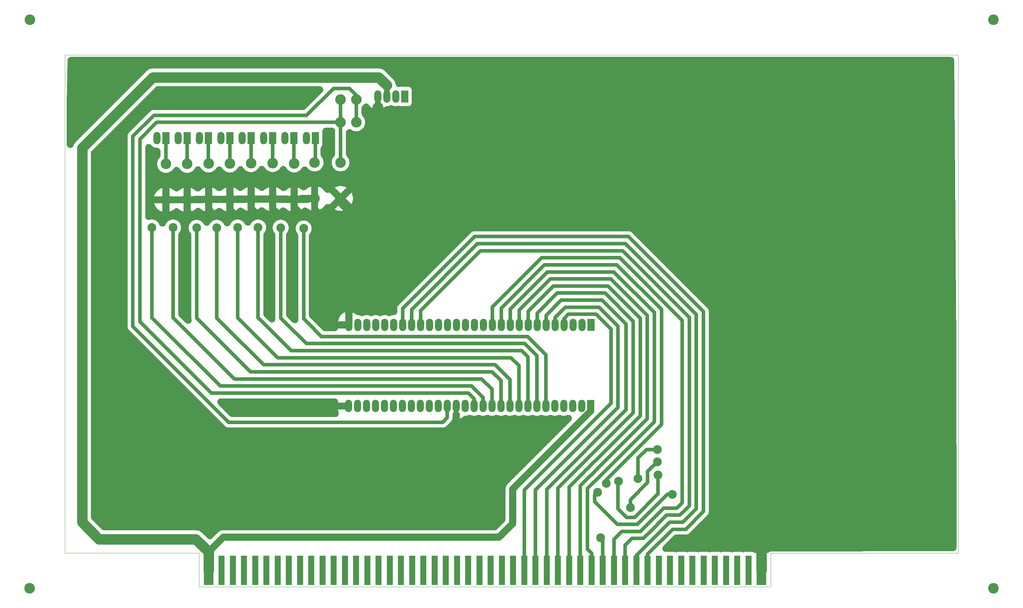
<source format=gbl>
%TF.GenerationSoftware,KiCad,Pcbnew,9.0.0*%
%TF.CreationDate,2025-06-17T12:42:55-03:00*%
%TF.ProjectId,ram_tester,72616d5f-7465-4737-9465-722e6b696361,rev?*%
%TF.SameCoordinates,Original*%
%TF.FileFunction,Copper,L2,Bot*%
%TF.FilePolarity,Positive*%
%FSLAX46Y46*%
G04 Gerber Fmt 4.6, Leading zero omitted, Abs format (unit mm)*
G04 Created by KiCad (PCBNEW 9.0.0) date 2025-06-17 12:42:55*
%MOMM*%
%LPD*%
G01*
G04 APERTURE LIST*
%TA.AperFunction,ComponentPad*%
%ADD10C,3.000000*%
%TD*%
%TA.AperFunction,ComponentPad*%
%ADD11O,3.000000X3.000000*%
%TD*%
%TA.AperFunction,ComponentPad*%
%ADD12O,2.000000X3.500000*%
%TD*%
%TA.AperFunction,ComponentPad*%
%ADD13R,2.000000X3.500000*%
%TD*%
%TA.AperFunction,ConnectorPad*%
%ADD14R,2.794000X8.382000*%
%TD*%
%TA.AperFunction,ConnectorPad*%
%ADD15R,1.778000X8.382000*%
%TD*%
%TA.AperFunction,ViaPad*%
%ADD16C,3.001000*%
%TD*%
%TA.AperFunction,ViaPad*%
%ADD17C,2.500000*%
%TD*%
%TA.AperFunction,Conductor*%
%ADD18C,1.000000*%
%TD*%
%TA.AperFunction,Conductor*%
%ADD19C,3.000000*%
%TD*%
%TA.AperFunction,Conductor*%
%ADD20C,2.000000*%
%TD*%
%TA.AperFunction,Conductor*%
%ADD21C,1.500000*%
%TD*%
%TA.AperFunction,Profile*%
%ADD22C,0.050000*%
%TD*%
G04 APERTURE END LIST*
D10*
%TO.P,R9,1*%
%TO.N,GND*%
X98200000Y-52180000D03*
D11*
%TO.P,R9,2*%
%TO.N,Net-(U1A-36{slash}A8)*%
X98200000Y-42020000D03*
%TD*%
D12*
%TO.P,U1,3,3.3V*%
%TO.N,+3.3V*%
X164022863Y-87999300D03*
%TO.P,U1,4,0*%
%TO.N,Net-(U1A-0)*%
X161482863Y-87999300D03*
%TO.P,U1,14,10*%
%TO.N,Net-(U1A-10)*%
X136082863Y-87999300D03*
%TO.P,U1,18,14*%
%TO.N,Net-(U1A-14)*%
X125922863Y-87999300D03*
%TO.P,U1,19,15*%
%TO.N,Net-(U1A-15)*%
X123382863Y-87999300D03*
%TO.P,U1,11,7*%
%TO.N,Net-(U1A-7)*%
X143702863Y-87999300D03*
%TO.P,U1,16,12*%
%TO.N,Net-(U1A-12)*%
X131002863Y-87999300D03*
%TO.P,U1,6,2*%
%TO.N,Net-(U1A-2)*%
X156402863Y-87999300D03*
%TO.P,U1,10,6*%
%TO.N,Net-(U1A-6)*%
X146242863Y-87999300D03*
%TO.P,U1,5,1*%
%TO.N,Net-(U1A-1)*%
X158942863Y-87999300D03*
%TO.P,U1,17,13*%
%TO.N,Net-(U1A-13)*%
X128462863Y-87999300D03*
%TO.P,U1,28,GND*%
%TO.N,GND*%
X100522863Y-87999300D03*
%TO.P,U1,9,5*%
%TO.N,Net-(U1A-5)*%
X148782863Y-87999300D03*
%TO.P,U1,13,9*%
%TO.N,Net-(U1A-9)*%
X138622863Y-87999300D03*
%TO.P,U1,12,8*%
%TO.N,Net-(U1A-8)*%
X141162863Y-87999300D03*
%TO.P,U1,8,4*%
%TO.N,Net-(U1A-4)*%
X151322863Y-87999300D03*
%TO.P,U1,7,3*%
%TO.N,Net-(U1A-3)*%
X153862863Y-87999300D03*
%TO.P,U1,15,11*%
%TO.N,Net-(U1A-11)*%
X133542863Y-87999300D03*
%TO.P,U1,21,17*%
%TO.N,Net-(U1A-17)*%
X118302863Y-87999300D03*
%TO.P,U1,25,21*%
%TO.N,Net-(U1A-21)*%
X108142863Y-87999300D03*
%TO.P,U1,22,18*%
%TO.N,Net-(U1A-18)*%
X115762863Y-87999300D03*
%TO.P,U1,20,16*%
%TO.N,Net-(U1A-16)*%
X120842863Y-87999300D03*
%TO.P,U1,23,19*%
%TO.N,Net-(U1A-19)*%
X113222863Y-87999300D03*
%TO.P,U1,24,20*%
%TO.N,Net-(U1A-20)*%
X110682863Y-87999300D03*
%TO.P,U1,27,23*%
%TO.N,Net-(U1A-23)*%
X103062863Y-87999300D03*
%TO.P,U1,26,22*%
%TO.N,Net-(U1A-22)*%
X105602863Y-87999300D03*
%TO.P,U1,33,28/RX*%
%TO.N,Net-(J1-Pin_2)*%
X158892863Y-110999300D03*
%TO.P,U1,40,38/A6*%
%TO.N,Net-(D7-A)*%
X141112863Y-110999300D03*
%TO.P,U1,41,37/A7*%
%TO.N,Net-(D8-A)*%
X138572863Y-110999300D03*
%TO.P,U1,43,35/A9*%
%TO.N,unconnected-(U1A-35{slash}A9-Pad43)*%
X133492863Y-110999300D03*
%TO.P,U1,32,29/TX*%
%TO.N,Net-(J1-Pin_1)*%
X161432863Y-110999300D03*
%TO.P,U1,42,36/A8*%
%TO.N,Net-(U1A-36{slash}A8)*%
X136032863Y-110999300D03*
%TO.P,U1,47,34/A10*%
%TO.N,unconnected-(U1A-34{slash}A10-Pad47)*%
X123332863Y-110999300D03*
%TO.P,U1,31,3.3V*%
%TO.N,+3.3V*%
X163972863Y-110999300D03*
%TO.P,U1,35,43/A1*%
%TO.N,Net-(D2-A)*%
X153812863Y-110999300D03*
%TO.P,U1,36,42/A2*%
%TO.N,Net-(D3-A)*%
X151272863Y-110999300D03*
%TO.P,U1,37,41/A3*%
%TO.N,Net-(D4-A)*%
X148732863Y-110999300D03*
%TO.P,U1,39,39/A5*%
%TO.N,Net-(D6-A)*%
X143652863Y-110999300D03*
%TO.P,U1,34,44/A0*%
%TO.N,Net-(D1-A)*%
X156352863Y-110999300D03*
%TO.P,U1,44,GND*%
%TO.N,GND*%
X130952863Y-110999300D03*
%TO.P,U1,45,3.3V*%
%TO.N,+3.3V*%
X128412863Y-110999300D03*
%TO.P,U1,38,40/A4*%
%TO.N,Net-(D5-A)*%
X146192863Y-110999300D03*
%TO.P,U1,46,RESET*%
%TO.N,unconnected-(U1A-RESET-Pad46)*%
X125872863Y-110999300D03*
%TO.P,U1,48,33/A11*%
%TO.N,unconnected-(U1A-33{slash}A11-Pad48)*%
X120792863Y-110999300D03*
%TO.P,U1,49,32/A12*%
%TO.N,unconnected-(U1A-32{slash}A12-Pad49)*%
X118252863Y-110999300D03*
%TO.P,U1,50,31/A13*%
%TO.N,Net-(U1A-31{slash}A13)*%
X115712863Y-110999300D03*
%TO.P,U1,54,25*%
%TO.N,unconnected-(U1A-25-Pad54)*%
X105552863Y-110999300D03*
%TO.P,U1,53,26*%
%TO.N,unconnected-(U1A-26-Pad53)*%
X108092863Y-110999300D03*
%TO.P,U1,51,30/A14*%
%TO.N,Net-(U1A-30{slash}A14)*%
X113172863Y-110999300D03*
%TO.P,U1,52,27*%
%TO.N,unconnected-(U1A-27-Pad52)*%
X110632863Y-110999300D03*
%TO.P,U1,55,24*%
%TO.N,unconnected-(U1A-24-Pad55)*%
X103012863Y-110999300D03*
%TO.P,U1,56,GND*%
%TO.N,GND*%
X100472863Y-110999300D03*
D13*
%TO.P,U1,29,vin*%
%TO.N,+5V*%
X169052863Y-110999300D03*
%TO.P,U1,1,vout*%
%TO.N,unconnected-(U1A-vout-Pad1)*%
X169102863Y-87999300D03*
D12*
%TO.P,U1,2,GND*%
%TO.N,GND*%
X166562863Y-87999300D03*
%TO.P,U1,30,GND*%
X166512863Y-110999300D03*
%TD*%
D11*
%TO.P,R8,2*%
%TO.N,GND*%
X48750000Y-52580000D03*
%TO.P,R8,1*%
%TO.N,Net-(D8-K)*%
X48750000Y-42420000D03*
%TD*%
%TO.P,R6,1*%
%TO.N,Net-(D6-K)*%
X60850000Y-42320000D03*
%TO.P,R6,2*%
%TO.N,GND*%
X60850000Y-52480000D03*
%TD*%
%TO.P,R2,1*%
%TO.N,Net-(D2-K)*%
X85050000Y-42320000D03*
%TO.P,R2,2*%
%TO.N,GND*%
X85050000Y-52480000D03*
%TD*%
D13*
%TO.P,D6,1,K*%
%TO.N,Net-(D6-K)*%
X60800000Y-35075000D03*
D12*
%TO.P,D6,2,A*%
%TO.N,Net-(D6-A)*%
X58260000Y-35075000D03*
%TD*%
D11*
%TO.P,R5,1*%
%TO.N,Net-(D5-K)*%
X66850000Y-42320000D03*
%TO.P,R5,2*%
%TO.N,GND*%
X66850000Y-52480000D03*
%TD*%
D12*
%TO.P,J1,2,Pin_2*%
%TO.N,Net-(J1-Pin_2)*%
X113810000Y-23300000D03*
D13*
%TO.P,J1,1,Pin_1*%
%TO.N,Net-(J1-Pin_1)*%
X116350000Y-23300000D03*
D12*
%TO.P,J1,3,Pin_3*%
%TO.N,+5V*%
X111270000Y-23300000D03*
%TO.P,J1,4,Pin_4*%
%TO.N,GND*%
X108730000Y-23300000D03*
%TD*%
D14*
%TO.P,U2,51*%
%TO.N,+5V*%
X60839863Y-157499300D03*
D15*
%TO.P,U2,52*%
%TO.N,unconnected-(U2-Pad52)*%
X64522863Y-157499300D03*
%TO.P,U2,53*%
%TO.N,unconnected-(U2-Pad53)*%
X67697863Y-157499300D03*
%TO.P,U2,54*%
%TO.N,unconnected-(U2-Pad54)*%
X70872863Y-157499300D03*
%TO.P,U2,55*%
%TO.N,unconnected-(U2-Pad55)*%
X74047863Y-157499300D03*
%TO.P,U2,56*%
%TO.N,unconnected-(U2-Pad56)*%
X77222863Y-157499300D03*
%TO.P,U2,57*%
%TO.N,unconnected-(U2-Pad57)*%
X80397863Y-157499300D03*
%TO.P,U2,58*%
%TO.N,unconnected-(U2-Pad58)*%
X83572863Y-157499300D03*
%TO.P,U2,59*%
%TO.N,unconnected-(U2-Pad59)*%
X86747863Y-157499300D03*
%TO.P,U2,60*%
%TO.N,unconnected-(U2-Pad60)*%
X89922863Y-157499300D03*
%TO.P,U2,61*%
%TO.N,unconnected-(U2-Pad61)*%
X93097863Y-157499300D03*
%TO.P,U2,62*%
%TO.N,unconnected-(U2-Pad62)*%
X96272863Y-157499300D03*
%TO.P,U2,63*%
%TO.N,unconnected-(U2-Pad63)*%
X99447863Y-157499300D03*
%TO.P,U2,64*%
%TO.N,unconnected-(U2-Pad64)*%
X102622863Y-157499300D03*
%TO.P,U2,65*%
%TO.N,unconnected-(U2-Pad65)*%
X105797863Y-157499300D03*
%TO.P,U2,66*%
%TO.N,unconnected-(U2-Pad66)*%
X108972863Y-157499300D03*
%TO.P,U2,67*%
%TO.N,unconnected-(U2-Pad67)*%
X112147863Y-157499300D03*
%TO.P,U2,68*%
%TO.N,unconnected-(U2-Pad68)*%
X115322863Y-157499300D03*
%TO.P,U2,69*%
%TO.N,unconnected-(U2-Pad69)*%
X118497863Y-157499300D03*
%TO.P,U2,70*%
%TO.N,unconnected-(U2-Pad70)*%
X121672863Y-157499300D03*
%TO.P,U2,71*%
%TO.N,unconnected-(U2-Pad71)*%
X124847863Y-157499300D03*
%TO.P,U2,72*%
%TO.N,unconnected-(U2-Pad72)*%
X128022863Y-157499300D03*
%TO.P,U2,73*%
%TO.N,unconnected-(U2-Pad73)*%
X131197863Y-157499300D03*
%TO.P,U2,74*%
%TO.N,unconnected-(U2-Pad74)*%
X134372863Y-157499300D03*
%TO.P,U2,75*%
%TO.N,unconnected-(U2-Pad75)*%
X137547863Y-157499300D03*
%TO.P,U2,76*%
%TO.N,unconnected-(U2-Pad76)*%
X140722863Y-157499300D03*
%TO.P,U2,77*%
%TO.N,unconnected-(U2-Pad77)*%
X143897863Y-157499300D03*
%TO.P,U2,78*%
%TO.N,unconnected-(U2-Pad78)*%
X147072863Y-157499300D03*
%TO.P,U2,79*%
%TO.N,Net-(U1A-0)*%
X150247863Y-157499300D03*
%TO.P,U2,80*%
%TO.N,Net-(U1A-1)*%
X153422863Y-157499300D03*
%TO.P,U2,81*%
%TO.N,Net-(U1A-2)*%
X156597863Y-157499300D03*
%TO.P,U2,82*%
%TO.N,Net-(U1A-3)*%
X159772863Y-157499300D03*
%TO.P,U2,83*%
%TO.N,Net-(U1A-4)*%
X162947863Y-157499300D03*
%TO.P,U2,84*%
%TO.N,Net-(U1A-5)*%
X166122863Y-157499300D03*
%TO.P,U2,85*%
%TO.N,Net-(U1A-6)*%
X169297863Y-157499300D03*
%TO.P,U2,86*%
%TO.N,Net-(U1A-7)*%
X172472863Y-157499300D03*
%TO.P,U2,87*%
%TO.N,Net-(U1A-8)*%
X175647863Y-157499300D03*
%TO.P,U2,88*%
%TO.N,Net-(U1A-16)*%
X178822863Y-157499300D03*
%TO.P,U2,89*%
%TO.N,Net-(U1A-17)*%
X181997863Y-157499300D03*
%TO.P,U2,90*%
%TO.N,Net-(U1A-18)*%
X185172863Y-157499300D03*
%TO.P,U2,91*%
%TO.N,unconnected-(U2-Pad91)*%
X188347863Y-157499300D03*
%TO.P,U2,92*%
%TO.N,unconnected-(U2-Pad92)*%
X191522863Y-157499300D03*
%TO.P,U2,93*%
%TO.N,unconnected-(U2-Pad93)*%
X194697863Y-157499300D03*
%TO.P,U2,94*%
%TO.N,unconnected-(U2-Pad94)*%
X197872863Y-157499300D03*
%TO.P,U2,95*%
%TO.N,unconnected-(U2-Pad95)*%
X201047863Y-157499300D03*
%TO.P,U2,96*%
%TO.N,unconnected-(U2-Pad96)*%
X204222863Y-157499300D03*
%TO.P,U2,97*%
%TO.N,unconnected-(U2-Pad97)*%
X207397863Y-157499300D03*
%TO.P,U2,98*%
%TO.N,unconnected-(U2-Pad98)*%
X210572863Y-157499300D03*
%TO.P,U2,99*%
%TO.N,unconnected-(U2-Pad99)*%
X213747863Y-157499300D03*
D14*
%TO.P,U2,100*%
%TO.N,GND*%
X217430863Y-157499300D03*
%TD*%
D11*
%TO.P,R3,1*%
%TO.N,Net-(D3-K)*%
X78950000Y-42220000D03*
%TO.P,R3,2*%
%TO.N,GND*%
X78950000Y-52380000D03*
%TD*%
%TO.P,R4,1*%
%TO.N,Net-(D4-K)*%
X72850000Y-42220000D03*
%TO.P,R4,2*%
%TO.N,GND*%
X72850000Y-52380000D03*
%TD*%
D13*
%TO.P,D2,1,K*%
%TO.N,Net-(D2-K)*%
X85000000Y-35075000D03*
D12*
%TO.P,D2,2,A*%
%TO.N,Net-(D2-A)*%
X82460000Y-35075000D03*
%TD*%
D13*
%TO.P,D1,1,K*%
%TO.N,Net-(D1-K)*%
X91050000Y-35075000D03*
D12*
%TO.P,D1,2,A*%
%TO.N,Net-(D1-A)*%
X88510000Y-35075000D03*
%TD*%
D13*
%TO.P,D5,1,K*%
%TO.N,Net-(D5-K)*%
X66850000Y-35075000D03*
D12*
%TO.P,D5,2,A*%
%TO.N,Net-(D5-A)*%
X64310000Y-35075000D03*
%TD*%
D13*
%TO.P,D7,1,K*%
%TO.N,Net-(D7-K)*%
X54750000Y-35075000D03*
D12*
%TO.P,D7,2,A*%
%TO.N,Net-(D7-A)*%
X52210000Y-35075000D03*
%TD*%
D11*
%TO.P,R1,1*%
%TO.N,Net-(D1-K)*%
X90850000Y-42020000D03*
%TO.P,R1,2*%
%TO.N,GND*%
X90850000Y-52180000D03*
%TD*%
%TO.P,R7,1*%
%TO.N,Net-(D7-K)*%
X54750000Y-42420000D03*
%TO.P,R7,2*%
%TO.N,GND*%
X54750000Y-52580000D03*
%TD*%
D13*
%TO.P,D4,1,K*%
%TO.N,Net-(D4-K)*%
X72900000Y-35075000D03*
D12*
%TO.P,D4,2,A*%
%TO.N,Net-(D4-A)*%
X70360000Y-35075000D03*
%TD*%
D11*
%TO.P,SW1,1,1*%
%TO.N,Net-(U1A-36{slash}A8)*%
X98150000Y-30650000D03*
X98150000Y-24150000D03*
%TO.P,SW1,2,2*%
%TO.N,+3.3V*%
X102650000Y-30650000D03*
X102650000Y-24150000D03*
%TD*%
D13*
%TO.P,D3,1,K*%
%TO.N,Net-(D3-K)*%
X78950000Y-35075000D03*
D12*
%TO.P,D3,2,A*%
%TO.N,Net-(D3-A)*%
X76410000Y-35075000D03*
%TD*%
D13*
%TO.P,D8,1,K*%
%TO.N,Net-(D8-K)*%
X48700000Y-35075000D03*
D12*
%TO.P,D8,2,A*%
%TO.N,Net-(D8-A)*%
X46160000Y-35075000D03*
%TD*%
D16*
%TO.N,*%
X283100000Y-1600000D03*
X283100000Y-162599300D03*
X10147900Y-162599300D03*
X10200000Y-1600000D03*
D17*
%TO.N,Net-(U1A-22)*%
X188091903Y-130518340D03*
X176921863Y-132288594D03*
%TO.N,Net-(U1A-23)*%
X170977590Y-135403027D03*
X192145286Y-136056470D03*
%TO.N,Net-(D4-A)*%
X69050000Y-60400000D03*
%TO.N,Net-(U1A-21)*%
X187922863Y-126798292D03*
X180329974Y-139759528D03*
%TO.N,Net-(D6-A)*%
X57450000Y-60500000D03*
%TO.N,Net-(D5-A)*%
X63150000Y-60500000D03*
%TO.N,Net-(U1A-7)*%
X171872863Y-148299300D03*
X173452466Y-132928151D03*
%TO.N,Net-(D1-A)*%
X87750000Y-60700000D03*
%TO.N,Net-(D2-A)*%
X81250000Y-60500000D03*
%TO.N,Net-(D7-A)*%
X50750000Y-60400000D03*
%TO.N,Net-(D8-A)*%
X44750000Y-60400000D03*
%TO.N,Net-(U1A-20)*%
X187922863Y-123298289D03*
X182422863Y-131538386D03*
%TO.N,Net-(D3-A)*%
X74850000Y-60400000D03*
%TD*%
D18*
%TO.N,Net-(D1-K)*%
X91050000Y-41820000D02*
X90850000Y-42020000D01*
X91050000Y-35075000D02*
X91050000Y-41820000D01*
%TO.N,Net-(D3-K)*%
X78950000Y-35075000D02*
X78950000Y-42220000D01*
%TO.N,Net-(D4-K)*%
X72900000Y-35075000D02*
X72900000Y-42170000D01*
X72900000Y-42170000D02*
X72850000Y-42220000D01*
%TO.N,Net-(D5-K)*%
X66850000Y-35075000D02*
X66850000Y-42320000D01*
%TO.N,Net-(D6-K)*%
X60800000Y-42270000D02*
X60850000Y-42320000D01*
X60800000Y-35075000D02*
X60800000Y-42270000D01*
%TO.N,Net-(D7-K)*%
X54750000Y-35075000D02*
X54750000Y-42420000D01*
%TO.N,Net-(D8-K)*%
X48700000Y-42370000D02*
X48750000Y-42420000D01*
X48700000Y-35075000D02*
X48700000Y-42370000D01*
%TO.N,Net-(U1A-36{slash}A8)*%
X41370087Y-35429755D02*
X41370087Y-87070087D01*
X46149842Y-30650000D02*
X41370087Y-35429755D01*
X87742158Y-30650000D02*
X46149842Y-30650000D01*
X41370087Y-87070087D02*
X61607300Y-107307300D01*
X89399841Y-30650000D02*
X87742158Y-30650000D01*
X98150000Y-30650000D02*
X89399841Y-30650000D01*
%TO.N,+3.3V*%
X128412863Y-114287857D02*
X128412863Y-110999300D01*
X127101420Y-115599300D02*
X128412863Y-114287857D01*
X66537473Y-115599300D02*
X127101420Y-115599300D01*
X39369087Y-34600913D02*
X39369087Y-88430913D01*
X45321000Y-28649000D02*
X39369087Y-34600913D01*
X88571000Y-28649000D02*
X45321000Y-28649000D01*
X100710000Y-21020000D02*
X96200000Y-21020000D01*
X39369087Y-88430913D02*
X66537473Y-115599300D01*
X102650000Y-22960000D02*
X100710000Y-21020000D01*
X96200000Y-21020000D02*
X88571000Y-28649000D01*
X102650000Y-24150000D02*
X102650000Y-22960000D01*
%TO.N,Net-(U1A-17)*%
X184344022Y-150955346D02*
X191398070Y-143901300D01*
X183492068Y-151807301D02*
X184344022Y-150955346D01*
X181997863Y-157499300D02*
X181997863Y-153301506D01*
X181997863Y-153301506D02*
X183492068Y-151807301D01*
%TO.N,Net-(U1A-6)*%
X146242863Y-83536821D02*
X146242863Y-87999300D01*
X156786382Y-72993302D02*
X146242863Y-83536821D01*
X187077863Y-84484937D02*
X175586231Y-72993302D01*
X175586231Y-72993302D02*
X156786382Y-72993302D01*
X172312964Y-130177151D02*
X172314378Y-130177151D01*
X187077863Y-115413667D02*
X187077863Y-84484937D01*
X168226590Y-134263525D02*
X172312964Y-130177151D01*
X168123863Y-151550300D02*
X168123863Y-134367665D01*
X172314378Y-130177151D02*
X187077863Y-115413667D01*
X168123863Y-134367665D02*
X168226590Y-134264938D01*
X169297863Y-152724300D02*
X168123863Y-151550300D01*
X169297863Y-157499300D02*
X169297863Y-152724300D01*
X168226590Y-134264938D02*
X168226590Y-134263525D01*
D19*
%TO.N,+5V*%
X109031162Y-17900000D02*
X111270000Y-20138838D01*
X45000000Y-17900000D02*
X109031162Y-17900000D01*
X25001420Y-37898580D02*
X45000000Y-17900000D01*
X25001420Y-97499300D02*
X25001420Y-37898580D01*
D18*
%TO.N,Net-(U1A-36{slash}A8)*%
X134397300Y-107307300D02*
X136032863Y-108942863D01*
X61600000Y-107307300D02*
X134397300Y-107307300D01*
X136032863Y-108942863D02*
X136032863Y-110999300D01*
%TO.N,Net-(U1A-16)*%
X178822863Y-150449300D02*
X178822863Y-157499300D01*
X180758635Y-148513528D02*
X178822863Y-150449300D01*
X183955999Y-148513528D02*
X180758635Y-148513528D01*
X186456125Y-146013402D02*
X183955999Y-148513528D01*
X189397069Y-143072458D02*
X186456125Y-146013402D01*
X190569227Y-141900300D02*
X189397069Y-143072458D01*
X190569229Y-141900300D02*
X190569228Y-141900299D01*
X192226913Y-141900300D02*
X192226912Y-141900299D01*
X192226912Y-141900299D02*
X190569229Y-141900300D01*
X195637783Y-140564222D02*
X194301704Y-141900300D01*
X178072755Y-66990300D02*
X196973863Y-85891409D01*
X196973863Y-85891409D02*
X196973863Y-139228142D01*
X194301704Y-141900300D02*
X192226913Y-141900300D01*
X137819384Y-66990300D02*
X178072755Y-66990300D01*
X196973863Y-139228142D02*
X195637783Y-140564222D01*
X120842863Y-87999300D02*
X120842863Y-83966821D01*
X120842863Y-83966821D02*
X137819384Y-66990300D01*
X190569228Y-141900299D02*
X190569227Y-141900300D01*
%TO.N,Net-(U1A-17)*%
X136990542Y-64989300D02*
X118302863Y-83676979D01*
X118302863Y-83676979D02*
X118302863Y-87999300D01*
X198974863Y-85062567D02*
X178901596Y-64989300D01*
X198974863Y-140056983D02*
X198974863Y-85062567D01*
X178901596Y-64989300D02*
X136990542Y-64989300D01*
X195130545Y-143901300D02*
X198974863Y-140056983D01*
X191398070Y-143901300D02*
X191398069Y-143901300D01*
X191398070Y-143901300D02*
X195130545Y-143901300D01*
%TO.N,Net-(U1A-18)*%
X115762863Y-83387137D02*
X115762863Y-87999300D01*
X136161700Y-62988300D02*
X115762863Y-83387137D01*
X192226911Y-145902300D02*
X195959386Y-145902300D01*
X200975863Y-140885824D02*
X200975863Y-84233725D01*
X185172863Y-152956346D02*
X192226911Y-145902300D01*
X200975863Y-84233725D02*
X179730437Y-62988300D01*
X195959386Y-145902300D02*
X200975863Y-140885824D01*
X185172863Y-157499300D02*
X185172863Y-152956346D01*
X179730437Y-62988300D02*
X136161700Y-62988300D01*
%TO.N,Net-(U1A-0)*%
X150247863Y-134724300D02*
X150247863Y-157499300D01*
X174772863Y-89199300D02*
X174772863Y-110199300D01*
X162700700Y-84999300D02*
X170572863Y-84999300D01*
X174772863Y-110199300D02*
X150247863Y-134724300D01*
X161482863Y-87999300D02*
X161482863Y-86217137D01*
X161482863Y-86217137D02*
X162700700Y-84999300D01*
X170572863Y-84999300D02*
X174772863Y-89199300D01*
%TO.N,Net-(U1A-1)*%
X153422863Y-134749300D02*
X153422863Y-157499300D01*
X176773863Y-111398300D02*
X153422863Y-134749300D01*
X176773863Y-88370459D02*
X176773863Y-111398300D01*
X161841700Y-82998300D02*
X171401705Y-82998300D01*
X158942863Y-87999300D02*
X158942863Y-85897137D01*
X158942863Y-85897137D02*
X161841700Y-82998300D01*
X171401705Y-82998300D02*
X176773863Y-88370459D01*
%TO.N,Net-(U1A-2)*%
X156402863Y-85287137D02*
X156402863Y-87999300D01*
X172270863Y-80997300D02*
X160692700Y-80997300D01*
X160692700Y-80997300D02*
X156402863Y-85287137D01*
X156597863Y-134574300D02*
X179073863Y-112098300D01*
X179073863Y-87800300D02*
X172270863Y-80997300D01*
X156597863Y-157499300D02*
X156597863Y-134574300D01*
X179073863Y-112098300D02*
X179073863Y-87800300D01*
%TO.N,Net-(U1A-3)*%
X159772863Y-134229142D02*
X159772863Y-157499300D01*
X181074863Y-112927142D02*
X159772863Y-134229142D01*
X181074863Y-86971459D02*
X181074863Y-112927142D01*
X153862863Y-84737137D02*
X159603700Y-78996300D01*
X153862863Y-87999300D02*
X153862863Y-84737137D01*
X159603700Y-78996300D02*
X173099705Y-78996300D01*
X173099705Y-78996300D02*
X181074863Y-86971459D01*
%TO.N,Net-(U1A-4)*%
X164121863Y-132709982D02*
X164121863Y-132709984D01*
X162947863Y-133883984D02*
X162947863Y-157499300D01*
X164224590Y-132607254D02*
X164121863Y-132709981D01*
X164224590Y-132605843D02*
X164224590Y-132607254D01*
X164224590Y-132605842D02*
X164224590Y-132605843D01*
X164224591Y-132605841D02*
X164224590Y-132605842D01*
X167008246Y-129822185D02*
X165982652Y-130847781D01*
X168180401Y-128650029D02*
X167715039Y-129115392D01*
X164121863Y-132709984D02*
X162947863Y-133883984D01*
X169483121Y-127347312D02*
X168180403Y-128650029D01*
X165667080Y-131163353D02*
X165396749Y-131433683D01*
X169483121Y-127347309D02*
X169483121Y-127347312D01*
X170655280Y-126175151D02*
X169483121Y-127347309D01*
X170655280Y-126175150D02*
X170655280Y-126175151D01*
X165982652Y-130847781D02*
X165836088Y-130994345D01*
X170655282Y-126175151D02*
X170655280Y-126175150D01*
X168180403Y-128650029D02*
X168180401Y-128650029D01*
X170656693Y-126175151D02*
X170655282Y-126175151D01*
X167715039Y-129115392D02*
X167008246Y-129822185D01*
X170829545Y-126002302D02*
X170656693Y-126175151D01*
X170829545Y-126002300D02*
X170829545Y-126002302D01*
X182173832Y-114658014D02*
X170829545Y-126002300D01*
X183075863Y-113755984D02*
X182173832Y-114658014D01*
X173928549Y-76995302D02*
X183075863Y-86142618D01*
X164121863Y-132709981D02*
X164121863Y-132709982D01*
X158444066Y-76995302D02*
X173928549Y-76995302D01*
X183075863Y-86142618D02*
X183075863Y-113755984D01*
X165836088Y-130994345D02*
X165667080Y-131163353D01*
X151322863Y-84116505D02*
X158444066Y-76995302D01*
X165396749Y-131433683D02*
X164224591Y-132605841D01*
X182173832Y-114658014D02*
X182173832Y-114658015D01*
X151322863Y-87999300D02*
X151322863Y-84116505D01*
%TO.N,Net-(U1A-5)*%
X148782863Y-83826663D02*
X148782863Y-87999300D01*
X174757391Y-74994302D02*
X157615224Y-74994302D01*
X174757390Y-74994301D02*
X174757391Y-74994302D01*
X157615224Y-74994302D02*
X148782863Y-83826663D01*
X185076863Y-114584825D02*
X185076863Y-85313777D01*
X185076863Y-85313777D02*
X174757390Y-74994301D01*
X184174832Y-115486856D02*
X185076863Y-114584825D01*
X171484123Y-128176151D02*
X171485535Y-128176151D01*
X169009246Y-130651027D02*
X171484122Y-128176151D01*
X168700466Y-130959808D02*
X169009246Y-130651027D01*
X168700466Y-130959807D02*
X168700466Y-130959808D01*
X167837088Y-131823186D02*
X168700466Y-130959807D01*
X167397749Y-132262525D02*
X167837088Y-131823186D01*
X166225590Y-133434683D02*
X167397749Y-132262525D01*
X166225590Y-133434684D02*
X166225590Y-133434683D01*
X166225590Y-133436096D02*
X166225590Y-133434684D01*
X171484122Y-128176151D02*
X171484123Y-128176151D01*
X166122863Y-150721458D02*
X166122863Y-135196507D01*
X166122863Y-133538823D02*
X166225590Y-133436096D01*
X171485535Y-128176151D02*
X184174832Y-115486856D01*
X166122863Y-133538823D02*
X166122863Y-133538824D01*
X166122863Y-152379141D02*
X166122863Y-150721458D01*
X166122863Y-135196507D02*
X166122863Y-133538823D01*
X166122863Y-157499300D02*
X166122863Y-152379141D01*
%TO.N,Net-(U1A-7)*%
X173452466Y-131868904D02*
X173452466Y-132928151D01*
X176415073Y-70992302D02*
X189078863Y-83656095D01*
X189078863Y-116242509D02*
X173452466Y-131868904D01*
X155957540Y-70992302D02*
X176415073Y-70992302D01*
X143702863Y-83246979D02*
X155957540Y-70992302D01*
X189078863Y-83656095D02*
X189078863Y-116242509D01*
X143702863Y-87999300D02*
X143702863Y-83246979D01*
%TO.N,Net-(U1A-8)*%
X141162863Y-82957137D02*
X141162863Y-87999300D01*
X155128698Y-68991302D02*
X141162863Y-82957137D01*
X177243915Y-68991302D02*
X155128698Y-68991302D01*
X189740386Y-139899300D02*
X193472863Y-139899300D01*
X186128814Y-143510873D02*
X189740386Y-139899300D01*
X177859635Y-146512528D02*
X183127158Y-146512528D01*
X194972863Y-138399300D02*
X194972863Y-86720250D01*
X194972863Y-86720250D02*
X177243915Y-68991302D01*
X175647863Y-157499300D02*
X175647863Y-148724300D01*
X175647863Y-148724300D02*
X177859635Y-146512528D01*
X183127158Y-146512528D02*
X186128814Y-143510873D01*
X193472863Y-139899300D02*
X194972863Y-138399300D01*
D19*
%TO.N,GND*%
X179524600Y-58099300D02*
X134600000Y-58099300D01*
D20*
X75300000Y-56750000D02*
X68900000Y-56750000D01*
X124384863Y-60487300D02*
X124413420Y-60487300D01*
D18*
X75300000Y-56750000D02*
X72850000Y-54300000D01*
D19*
X108700000Y-52000000D02*
X108700000Y-26360000D01*
D18*
X90850000Y-52180000D02*
X90850000Y-54600000D01*
D20*
X88900000Y-56750000D02*
X87800000Y-56750000D01*
D19*
X217430863Y-96005563D02*
X179524600Y-58099300D01*
D18*
X85050000Y-54000000D02*
X85050000Y-52480000D01*
D20*
X93000000Y-56750000D02*
X100800000Y-56750000D01*
X81300000Y-56750000D02*
X75300000Y-56750000D01*
X113450000Y-56750000D02*
X114799300Y-58099300D01*
D18*
X72850000Y-54300000D02*
X72850000Y-52380000D01*
X68900000Y-56750000D02*
X66850000Y-54700000D01*
D19*
X134600000Y-58099300D02*
X114799300Y-58099300D01*
D18*
X63000000Y-56750000D02*
X60850000Y-54600000D01*
D20*
X63000000Y-56750000D02*
X56400000Y-56750000D01*
D18*
X90850000Y-54600000D02*
X93000000Y-56750000D01*
D20*
X124413420Y-60487300D02*
X126801420Y-58099300D01*
D18*
X81300000Y-56750000D02*
X78950000Y-54400000D01*
X56400000Y-56750000D02*
X54750000Y-55100000D01*
D20*
X124384863Y-60487300D02*
X112087142Y-72785022D01*
D19*
X134600000Y-58099300D02*
X126801420Y-58099300D01*
X217430863Y-157499300D02*
X217430863Y-96005563D01*
X114799300Y-58099300D02*
X108700000Y-52000000D01*
D18*
X60850000Y-54600000D02*
X60850000Y-52480000D01*
D20*
X112087142Y-72785022D02*
X103122863Y-81749300D01*
D18*
X48750000Y-55400000D02*
X48750000Y-52580000D01*
D20*
X88900000Y-56750000D02*
X93000000Y-56750000D01*
D18*
X87800000Y-56750000D02*
X85050000Y-54000000D01*
D20*
X100800000Y-56750000D02*
X113450000Y-56750000D01*
X87800000Y-56750000D02*
X81300000Y-56750000D01*
D18*
X102722863Y-82149300D02*
X103122863Y-81749300D01*
X54750000Y-55100000D02*
X54750000Y-52580000D01*
D20*
X100522863Y-84349300D02*
X100522863Y-87999300D01*
D18*
X50100000Y-56750000D02*
X48750000Y-55400000D01*
X98200000Y-52180000D02*
X98200000Y-54150000D01*
X108730000Y-26330000D02*
X108800000Y-26400000D01*
X50100000Y-56750000D02*
X56400000Y-56750000D01*
X66850000Y-54700000D02*
X66850000Y-52480000D01*
X98200000Y-54150000D02*
X100800000Y-56750000D01*
X78950000Y-54400000D02*
X78950000Y-52380000D01*
D19*
X108700000Y-26360000D02*
X108730000Y-26330000D01*
D21*
X108730000Y-23300000D02*
X108730000Y-26330000D01*
D20*
X103122863Y-81749300D02*
X100522863Y-84349300D01*
D18*
X102422863Y-82449300D02*
X103122863Y-81749300D01*
D20*
X68900000Y-56750000D02*
X63000000Y-56750000D01*
D18*
%TO.N,Net-(U1A-22)*%
X179190472Y-142510528D02*
X176771757Y-140091813D01*
X176771757Y-140091813D02*
X176771757Y-132438700D01*
X188091903Y-130518340D02*
X188091903Y-135888101D01*
X188091903Y-135888101D02*
X181469476Y-142510528D01*
X181469476Y-142510528D02*
X179190472Y-142510528D01*
X187922863Y-130687380D02*
X188091903Y-130518340D01*
X176771757Y-132438700D02*
X176921863Y-132288594D01*
%TO.N,Net-(U1A-23)*%
X176605249Y-144511528D02*
X170146863Y-138053142D01*
X190753376Y-136056470D02*
X182298317Y-144511528D01*
X182298317Y-144511528D02*
X176605249Y-144511528D01*
X170146863Y-138053142D02*
X170146863Y-136233754D01*
X192145286Y-136056470D02*
X190753376Y-136056470D01*
X170146863Y-136233754D02*
X170977590Y-135403027D01*
%TO.N,Net-(D4-A)*%
X80404420Y-97302300D02*
X70451060Y-87348940D01*
X148732863Y-99559300D02*
X146475863Y-97302300D01*
X146475863Y-97302300D02*
X80404420Y-97302300D01*
X148732863Y-110999300D02*
X148732863Y-99559300D01*
X69050000Y-60400000D02*
X69050000Y-85947880D01*
X69050000Y-85947880D02*
X70451060Y-87348940D01*
%TO.N,Net-(U1A-21)*%
X185173863Y-129547292D02*
X187922863Y-126798292D01*
X180329974Y-137521777D02*
X185173863Y-132677888D01*
X180329974Y-139759528D02*
X180329974Y-137521777D01*
X185173863Y-132677888D02*
X185173863Y-129547292D01*
%TO.N,Net-(D6-A)*%
X143652863Y-110999300D02*
X143652863Y-103809142D01*
X141148021Y-101304300D02*
X72706420Y-101304300D01*
X72706420Y-101304300D02*
X58851060Y-87448940D01*
X57450000Y-86047880D02*
X58851060Y-87448940D01*
X143652863Y-103809142D02*
X141148021Y-101304300D01*
X57450000Y-60500000D02*
X57450000Y-86047880D01*
%TO.N,Net-(D5-A)*%
X141976863Y-99303300D02*
X76405420Y-99303300D01*
X146192863Y-110999300D02*
X146192863Y-103519300D01*
X76405420Y-99303300D02*
X64951060Y-87848940D01*
X63150000Y-60500000D02*
X63150000Y-86047880D01*
X146192863Y-103519300D02*
X141976863Y-99303300D01*
X63150000Y-86047880D02*
X64951060Y-87848940D01*
%TO.N,Net-(U1A-7)*%
X172472863Y-148899300D02*
X172472863Y-157499300D01*
X171872863Y-148299300D02*
X172472863Y-148899300D01*
%TO.N,Net-(D1-A)*%
X92801420Y-91299300D02*
X88801060Y-87298940D01*
X156352863Y-96479300D02*
X151172863Y-91299300D01*
X156352863Y-110999300D02*
X156352863Y-96479300D01*
X87750000Y-86247880D02*
X88801060Y-87298940D01*
X151172863Y-91299300D02*
X92801420Y-91299300D01*
X87750000Y-60700000D02*
X87750000Y-86247880D01*
D20*
%TO.N,+5V*%
X146951420Y-144285571D02*
X146951420Y-134488952D01*
X64983861Y-148164302D02*
X143072689Y-148164302D01*
D19*
X57230863Y-148699300D02*
X60839863Y-152308300D01*
X60839863Y-152308300D02*
X60839863Y-157499300D01*
D20*
X146951420Y-134488952D02*
X169052863Y-112387509D01*
X169052863Y-112387509D02*
X169052863Y-110999300D01*
D19*
X29801420Y-148699300D02*
X57230863Y-148699300D01*
X25001420Y-143899300D02*
X29801420Y-148699300D01*
D21*
X111270000Y-23300000D02*
X111270000Y-21100970D01*
D20*
X143072689Y-148164302D02*
X146951420Y-144285571D01*
D19*
X25001420Y-97499300D02*
X25001420Y-143899300D01*
D20*
X60839863Y-152308300D02*
X64983861Y-148164302D01*
D19*
X25001420Y-108799300D02*
X25001420Y-97499300D01*
D18*
%TO.N,Net-(D2-A)*%
X81250000Y-86047880D02*
X82601060Y-87398940D01*
X153812863Y-110999300D02*
X153812863Y-96769142D01*
X81250000Y-60500000D02*
X81250000Y-86047880D01*
X153812863Y-96769142D02*
X150344021Y-93300300D01*
X88502420Y-93300300D02*
X82601060Y-87398940D01*
X150344021Y-93300300D02*
X88502420Y-93300300D01*
%TO.N,Net-(D7-A)*%
X138172863Y-103305300D02*
X68107420Y-103305300D01*
X68107420Y-103305300D02*
X51801060Y-86998940D01*
X141112863Y-110999300D02*
X141112863Y-106245300D01*
X141112863Y-106245300D02*
X138172863Y-103305300D01*
X50750000Y-85947880D02*
X51801060Y-86998940D01*
X50750000Y-60400000D02*
X50750000Y-85947880D01*
%TO.N,Net-(U1A-20)*%
X182422863Y-125728350D02*
X182422863Y-131538386D01*
X181972863Y-131988386D02*
X182422863Y-131538386D01*
X187922863Y-123298289D02*
X184852924Y-123298289D01*
X184852924Y-123298289D02*
X182422863Y-125728350D01*
%TO.N,Net-(D3-A)*%
X84203420Y-95301300D02*
X75801060Y-86898940D01*
X151272863Y-97058984D02*
X149515179Y-95301300D01*
X151272863Y-110999300D02*
X151272863Y-97058984D01*
X74850000Y-85947880D02*
X75801060Y-86898940D01*
X74850000Y-60400000D02*
X74850000Y-85947880D01*
X149515179Y-95301300D02*
X84203420Y-95301300D01*
%TO.N,Net-(D2-K)*%
X85000000Y-42270000D02*
X85050000Y-42320000D01*
X85000000Y-35075000D02*
X85000000Y-42270000D01*
%TO.N,Net-(U1A-36{slash}A8)*%
X98150000Y-30650000D02*
X98150000Y-24150000D01*
X98200000Y-42020000D02*
X98200000Y-30700000D01*
X98200000Y-30700000D02*
X98150000Y-30650000D01*
%TO.N,+3.3V*%
X102650000Y-30650000D02*
X102650000Y-24150000D01*
%TO.N,Net-(D8-A)*%
X44750000Y-60400000D02*
X44750000Y-85947880D01*
X64108420Y-105306300D02*
X46401060Y-87598940D01*
X135265863Y-105306300D02*
X64108420Y-105306300D01*
X138572863Y-108613300D02*
X135265863Y-105306300D01*
X44750000Y-85947880D02*
X46401060Y-87598940D01*
X138572863Y-110999300D02*
X138572863Y-108613300D01*
%TD*%
%TA.AperFunction,Conductor*%
%TO.N,GND*%
G36*
X271211450Y-12120950D02*
G01*
X271404314Y-12181461D01*
X271581050Y-12279557D01*
X271734421Y-12411222D01*
X271858149Y-12571065D01*
X271947167Y-12752542D01*
X271997833Y-12948224D01*
X272009322Y-13091685D01*
X272626771Y-92022901D01*
X272626802Y-92030377D01*
X272646854Y-151102283D01*
X272626473Y-151303387D01*
X272566027Y-151496272D01*
X272467990Y-151673041D01*
X272336378Y-151826456D01*
X272176577Y-151950238D01*
X271995130Y-152039319D01*
X271799466Y-152090050D01*
X271649735Y-152101620D01*
X220048561Y-152198797D01*
X220047404Y-152198800D01*
X219981971Y-152198800D01*
X219981507Y-152198924D01*
X219981029Y-152198925D01*
X219981006Y-152198930D01*
X219981001Y-152198931D01*
X219919029Y-152215661D01*
X219917252Y-152216139D01*
X219854674Y-152232908D01*
X219853814Y-152233263D01*
X219798068Y-152265588D01*
X219796461Y-152266518D01*
X219740551Y-152298798D01*
X219739795Y-152299377D01*
X219698192Y-152341137D01*
X219541774Y-152469167D01*
X219362785Y-152563089D01*
X219168554Y-152619059D01*
X218989287Y-152635058D01*
X215735383Y-152631195D01*
X215534310Y-152610507D01*
X215341518Y-152549767D01*
X215214531Y-152481275D01*
X215153490Y-152449390D01*
X215009912Y-152374391D01*
X215009907Y-152374389D01*
X215009906Y-152374389D01*
X214814282Y-152318414D01*
X214790404Y-152316291D01*
X214694900Y-152307800D01*
X214694896Y-152307800D01*
X212800835Y-152307800D01*
X212800826Y-152307801D01*
X212681441Y-152318414D01*
X212437107Y-152388328D01*
X212435754Y-152383601D01*
X212336279Y-152412029D01*
X212134723Y-152427311D01*
X211934217Y-152401707D01*
X211884276Y-152386038D01*
X211883621Y-152388328D01*
X211639282Y-152318414D01*
X211615404Y-152316291D01*
X211519900Y-152307800D01*
X211519896Y-152307800D01*
X209625835Y-152307800D01*
X209625826Y-152307801D01*
X209506441Y-152318414D01*
X209262107Y-152388328D01*
X209260754Y-152383601D01*
X209161279Y-152412029D01*
X208959723Y-152427311D01*
X208759217Y-152401707D01*
X208709276Y-152386038D01*
X208708621Y-152388328D01*
X208464282Y-152318414D01*
X208440404Y-152316291D01*
X208344900Y-152307800D01*
X208344896Y-152307800D01*
X206450835Y-152307800D01*
X206450826Y-152307801D01*
X206331441Y-152318414D01*
X206087107Y-152388328D01*
X206085754Y-152383601D01*
X205986279Y-152412029D01*
X205784723Y-152427311D01*
X205584217Y-152401707D01*
X205534276Y-152386038D01*
X205533621Y-152388328D01*
X205289282Y-152318414D01*
X205265404Y-152316291D01*
X205169900Y-152307800D01*
X205169896Y-152307800D01*
X203275835Y-152307800D01*
X203275826Y-152307801D01*
X203156441Y-152318414D01*
X202912107Y-152388328D01*
X202910754Y-152383601D01*
X202811279Y-152412029D01*
X202609723Y-152427311D01*
X202409217Y-152401707D01*
X202359276Y-152386038D01*
X202358621Y-152388328D01*
X202114282Y-152318414D01*
X202090404Y-152316291D01*
X201994900Y-152307800D01*
X201994896Y-152307800D01*
X200100835Y-152307800D01*
X200100826Y-152307801D01*
X199981441Y-152318414D01*
X199737107Y-152388328D01*
X199735754Y-152383601D01*
X199636279Y-152412029D01*
X199434723Y-152427311D01*
X199234217Y-152401707D01*
X199184276Y-152386038D01*
X199183621Y-152388328D01*
X198939282Y-152318414D01*
X198915404Y-152316291D01*
X198819900Y-152307800D01*
X198819896Y-152307800D01*
X196925835Y-152307800D01*
X196925826Y-152307801D01*
X196806441Y-152318414D01*
X196562107Y-152388328D01*
X196560754Y-152383601D01*
X196461279Y-152412029D01*
X196259723Y-152427311D01*
X196059217Y-152401707D01*
X196009276Y-152386038D01*
X196008621Y-152388328D01*
X195764282Y-152318414D01*
X195740404Y-152316291D01*
X195644900Y-152307800D01*
X195644896Y-152307800D01*
X193750835Y-152307800D01*
X193750826Y-152307801D01*
X193631441Y-152318414D01*
X193387107Y-152388328D01*
X193385754Y-152383601D01*
X193286279Y-152412029D01*
X193084723Y-152427311D01*
X192884217Y-152401707D01*
X192834276Y-152386038D01*
X192833621Y-152388328D01*
X192589282Y-152318414D01*
X192565404Y-152316291D01*
X192469900Y-152307800D01*
X192469896Y-152307800D01*
X190575835Y-152307800D01*
X190575816Y-152307801D01*
X190426495Y-152321076D01*
X190224377Y-152318513D01*
X190026912Y-152275317D01*
X189842185Y-152193256D01*
X189677757Y-152075689D01*
X189540362Y-151927429D01*
X189435624Y-151754548D01*
X189367830Y-151564121D01*
X189339757Y-151363946D01*
X189352553Y-151162217D01*
X189405696Y-150967193D01*
X189497008Y-150786859D01*
X189622752Y-150628598D01*
X189631637Y-150619600D01*
X192555839Y-147695400D01*
X192712496Y-147567663D01*
X192891660Y-147474076D01*
X193085995Y-147418469D01*
X193262238Y-147402800D01*
X196077473Y-147402800D01*
X196077478Y-147402800D01*
X196133200Y-147393974D01*
X196310755Y-147365853D01*
X196310759Y-147365852D01*
X196425380Y-147328608D01*
X196535378Y-147292868D01*
X196745819Y-147185643D01*
X196936896Y-147046817D01*
X202120380Y-141863334D01*
X202259206Y-141672258D01*
X202366431Y-141461816D01*
X202439416Y-141237193D01*
X202476363Y-141003916D01*
X202476363Y-140767732D01*
X202476363Y-84115633D01*
X202454858Y-83979855D01*
X202439416Y-83882355D01*
X202439415Y-83882351D01*
X202385038Y-83715000D01*
X202366431Y-83657733D01*
X202317687Y-83562067D01*
X202259206Y-83447291D01*
X202120380Y-83256215D01*
X180707947Y-61843783D01*
X180516871Y-61704957D01*
X180516869Y-61704956D01*
X180516870Y-61704956D01*
X180306432Y-61597732D01*
X180306430Y-61597731D01*
X180081810Y-61524747D01*
X180081806Y-61524746D01*
X179848535Y-61487800D01*
X179848529Y-61487800D01*
X136279792Y-61487800D01*
X136043608Y-61487800D01*
X136043601Y-61487800D01*
X135810330Y-61524746D01*
X135810326Y-61524747D01*
X135585706Y-61597731D01*
X135585704Y-61597732D01*
X135375267Y-61704956D01*
X135184191Y-61843782D01*
X114618345Y-82409628D01*
X114489041Y-82587597D01*
X114489040Y-82587598D01*
X114479520Y-82600703D01*
X114411997Y-82733225D01*
X114372295Y-82811145D01*
X114299310Y-83035769D01*
X114262363Y-83269045D01*
X114262363Y-84315066D01*
X114253872Y-84379775D01*
X114245568Y-84414949D01*
X114241913Y-84450897D01*
X114222405Y-84513073D01*
X114207432Y-84576502D01*
X114192220Y-84609279D01*
X114181402Y-84643761D01*
X114149772Y-84700746D01*
X114122342Y-84759854D01*
X114100845Y-84788896D01*
X114083306Y-84820497D01*
X114040855Y-84869946D01*
X114002086Y-84922325D01*
X113975178Y-84946449D01*
X113951641Y-84973868D01*
X113900107Y-85013757D01*
X113851586Y-85057262D01*
X113820376Y-85075474D01*
X113791798Y-85097596D01*
X113733284Y-85126298D01*
X113677004Y-85159141D01*
X113642766Y-85170699D01*
X113610321Y-85186614D01*
X113547237Y-85202947D01*
X113485488Y-85223793D01*
X113449620Y-85228222D01*
X113414639Y-85237280D01*
X113314582Y-85244899D01*
X113284878Y-85248568D01*
X113275869Y-85247847D01*
X113263363Y-85248800D01*
X113091743Y-85248800D01*
X113035169Y-85256248D01*
X112831751Y-85283029D01*
X112831745Y-85283030D01*
X112578442Y-85350902D01*
X112335163Y-85451672D01*
X112141547Y-85509735D01*
X111940207Y-85527636D01*
X111739385Y-85504640D01*
X111570563Y-85451672D01*
X111327283Y-85350902D01*
X111073980Y-85283030D01*
X111073974Y-85283029D01*
X110886291Y-85258319D01*
X110813983Y-85248800D01*
X110551743Y-85248800D01*
X110495169Y-85256248D01*
X110291751Y-85283029D01*
X110291745Y-85283030D01*
X110038442Y-85350902D01*
X109795163Y-85451672D01*
X109601547Y-85509735D01*
X109400207Y-85527636D01*
X109199385Y-85504640D01*
X109030563Y-85451672D01*
X108787283Y-85350902D01*
X108533980Y-85283030D01*
X108533974Y-85283029D01*
X108346291Y-85258319D01*
X108273983Y-85248800D01*
X108011743Y-85248800D01*
X107955169Y-85256248D01*
X107751751Y-85283029D01*
X107751745Y-85283030D01*
X107498442Y-85350902D01*
X107255163Y-85451672D01*
X107061547Y-85509735D01*
X106860207Y-85527636D01*
X106659385Y-85504640D01*
X106490563Y-85451672D01*
X106247283Y-85350902D01*
X105993980Y-85283030D01*
X105993974Y-85283029D01*
X105806291Y-85258319D01*
X105733983Y-85248800D01*
X105471743Y-85248800D01*
X105415169Y-85256248D01*
X105211751Y-85283029D01*
X105211745Y-85283030D01*
X104958442Y-85350902D01*
X104715163Y-85451672D01*
X104521547Y-85509735D01*
X104320207Y-85527636D01*
X104119385Y-85504640D01*
X104098927Y-85499940D01*
X103987319Y-85473057D01*
X103949560Y-85451257D01*
X103707282Y-85350902D01*
X103453979Y-85283030D01*
X103193983Y-85248800D01*
X103056277Y-85248800D01*
X102940960Y-85221024D01*
X102861375Y-85193077D01*
X102780935Y-85167839D01*
X102766175Y-85159646D01*
X102750243Y-85154052D01*
X102677921Y-85110662D01*
X102604199Y-85069743D01*
X102586788Y-85055985D01*
X102576911Y-85050060D01*
X102562303Y-85036639D01*
X102547848Y-85025217D01*
X102546966Y-85026324D01*
X102261616Y-84798764D01*
X102261604Y-84798756D01*
X101976309Y-84619495D01*
X101976304Y-84619492D01*
X101672726Y-84473295D01*
X101522863Y-84420856D01*
X101522863Y-85647977D01*
X101522005Y-85656414D01*
X101522720Y-85664862D01*
X101511786Y-85756895D01*
X101502413Y-85849074D01*
X101499875Y-85857160D01*
X101498875Y-85865585D01*
X101469635Y-85953544D01*
X101441902Y-86041938D01*
X101436998Y-86051725D01*
X101435112Y-86057399D01*
X101389016Y-86147488D01*
X101387016Y-86150952D01*
X101268755Y-86314881D01*
X101119917Y-86451649D01*
X100946594Y-86555656D01*
X100755883Y-86622644D01*
X100555591Y-86649871D01*
X100353918Y-86636223D01*
X100159120Y-86582257D01*
X99979174Y-86490184D01*
X99821445Y-86363772D01*
X99692391Y-86208198D01*
X99597296Y-86029829D01*
X99540053Y-85835970D01*
X99522863Y-85651441D01*
X99522863Y-84420856D01*
X99372999Y-84473295D01*
X99069421Y-84619492D01*
X99069416Y-84619495D01*
X98784121Y-84798756D01*
X98784109Y-84798764D01*
X98520678Y-85008844D01*
X98282407Y-85247115D01*
X98072327Y-85510546D01*
X98072319Y-85510558D01*
X97893058Y-85795853D01*
X97893051Y-85795865D01*
X97746858Y-86099436D01*
X97635568Y-86417486D01*
X97635568Y-86417487D01*
X97560591Y-86745985D01*
X97532050Y-86999300D01*
X99523863Y-86999300D01*
X99549111Y-87001867D01*
X99574462Y-87000582D01*
X99649476Y-87012073D01*
X99724960Y-87019750D01*
X99749174Y-87027347D01*
X99774265Y-87031191D01*
X99845428Y-87057546D01*
X99917824Y-87080261D01*
X99940013Y-87092577D01*
X99963817Y-87101393D01*
X100028215Y-87141532D01*
X100094560Y-87178357D01*
X100113818Y-87194889D01*
X100135357Y-87208315D01*
X100190352Y-87260592D01*
X100247931Y-87310022D01*
X100263468Y-87330094D01*
X100281862Y-87347579D01*
X100325206Y-87409852D01*
X100371659Y-87469865D01*
X100382837Y-87492653D01*
X100397335Y-87513483D01*
X100398033Y-87515110D01*
X100329870Y-87533375D01*
X100215856Y-87599201D01*
X100122764Y-87692293D01*
X100056938Y-87806307D01*
X100022863Y-87933474D01*
X100022863Y-88065126D01*
X100056938Y-88192293D01*
X100122764Y-88306307D01*
X100215856Y-88399399D01*
X100329870Y-88465225D01*
X100393108Y-88482170D01*
X100343806Y-88570997D01*
X100212141Y-88724368D01*
X100052298Y-88848096D01*
X99870821Y-88937114D01*
X99675139Y-88987780D01*
X99523863Y-88999300D01*
X97532049Y-88999300D01*
X97462926Y-89076647D01*
X97460626Y-89088495D01*
X97382935Y-89275103D01*
X97269271Y-89442252D01*
X97124286Y-89583098D01*
X96953917Y-89691876D01*
X96765139Y-89764133D01*
X96565680Y-89796910D01*
X96504250Y-89798800D01*
X93836747Y-89798800D01*
X93635650Y-89778350D01*
X93442786Y-89717839D01*
X93266050Y-89619743D01*
X93130347Y-89506200D01*
X89543100Y-85918953D01*
X89415363Y-85762295D01*
X89321776Y-85583132D01*
X89266169Y-85388796D01*
X89250500Y-85212553D01*
X89250500Y-62780475D01*
X89270950Y-62579378D01*
X89331461Y-62386514D01*
X89429557Y-62209778D01*
X89456913Y-62172357D01*
X89625238Y-61952994D01*
X89772743Y-61697507D01*
X89885639Y-61424952D01*
X89961993Y-61139993D01*
X90000500Y-60847506D01*
X90000500Y-60552494D01*
X89961993Y-60260007D01*
X89885639Y-59975048D01*
X89772743Y-59702493D01*
X89625238Y-59447006D01*
X89445646Y-59212958D01*
X89237042Y-59004354D01*
X89002994Y-58824762D01*
X88794441Y-58704354D01*
X88747506Y-58677256D01*
X88474952Y-58564361D01*
X88189993Y-58488007D01*
X88189988Y-58488006D01*
X88189983Y-58488005D01*
X87897511Y-58449500D01*
X87897506Y-58449500D01*
X87602494Y-58449500D01*
X87602488Y-58449500D01*
X87310016Y-58488005D01*
X87310010Y-58488006D01*
X87310007Y-58488007D01*
X87172835Y-58524762D01*
X87025047Y-58564361D01*
X86752493Y-58677256D01*
X86497007Y-58824761D01*
X86262960Y-59004352D01*
X86054352Y-59212960D01*
X85874761Y-59447007D01*
X85727256Y-59702493D01*
X85614361Y-59975047D01*
X85538005Y-60260016D01*
X85499500Y-60552488D01*
X85499500Y-60847511D01*
X85538005Y-61139983D01*
X85538006Y-61139988D01*
X85538007Y-61139993D01*
X85594362Y-61350314D01*
X85614361Y-61424952D01*
X85727256Y-61697506D01*
X85874758Y-61952988D01*
X85874760Y-61952990D01*
X85874762Y-61952994D01*
X86043063Y-62172328D01*
X86050146Y-62183799D01*
X86059131Y-62193860D01*
X86103179Y-62269687D01*
X86149255Y-62344309D01*
X86153886Y-62356978D01*
X86160663Y-62368644D01*
X86188550Y-62451801D01*
X86218657Y-62534156D01*
X86220642Y-62547495D01*
X86224933Y-62560288D01*
X86235510Y-62647359D01*
X86248422Y-62734086D01*
X86247682Y-62747554D01*
X86249309Y-62760947D01*
X86249500Y-62780475D01*
X86249500Y-86365967D01*
X86249501Y-86365981D01*
X86250178Y-86370255D01*
X86251007Y-86385120D01*
X86252580Y-86405103D01*
X86252124Y-86405138D01*
X86261438Y-86572075D01*
X86231842Y-86772031D01*
X86162600Y-86961936D01*
X86056548Y-87134016D01*
X85918028Y-87281224D01*
X85752711Y-87397536D01*
X85567364Y-87478188D01*
X85369576Y-87519880D01*
X85167444Y-87520904D01*
X84969244Y-87481217D01*
X84783090Y-87402446D01*
X84616603Y-87287815D01*
X84557077Y-87232930D01*
X83043100Y-85718953D01*
X82915363Y-85562295D01*
X82821776Y-85383132D01*
X82766169Y-85188796D01*
X82750500Y-85012553D01*
X82750500Y-62580475D01*
X82759742Y-62489588D01*
X82767206Y-62398544D01*
X82769958Y-62389132D01*
X82770950Y-62379378D01*
X82798298Y-62292212D01*
X82823936Y-62204534D01*
X82828525Y-62195870D01*
X82831461Y-62186514D01*
X82875808Y-62106614D01*
X82918559Y-62025915D01*
X82924796Y-62018355D01*
X82929557Y-62009778D01*
X82956913Y-61972357D01*
X83125238Y-61752994D01*
X83272743Y-61497507D01*
X83385639Y-61224952D01*
X83461993Y-60939993D01*
X83500500Y-60647506D01*
X83500500Y-60352494D01*
X83461993Y-60060007D01*
X83385639Y-59775048D01*
X83272743Y-59502493D01*
X83125238Y-59247006D01*
X82945646Y-59012958D01*
X82737042Y-58804354D01*
X82502994Y-58624762D01*
X82398376Y-58564361D01*
X82247506Y-58477256D01*
X81974952Y-58364361D01*
X81689993Y-58288007D01*
X81689988Y-58288006D01*
X81689983Y-58288005D01*
X81397511Y-58249500D01*
X81397506Y-58249500D01*
X81102494Y-58249500D01*
X81102488Y-58249500D01*
X80810016Y-58288005D01*
X80810010Y-58288006D01*
X80810007Y-58288007D01*
X80637423Y-58334250D01*
X80525047Y-58364361D01*
X80252493Y-58477256D01*
X79997007Y-58624761D01*
X79762960Y-58804352D01*
X79554352Y-59012960D01*
X79374761Y-59247007D01*
X79227256Y-59502493D01*
X79114361Y-59775047D01*
X79089836Y-59866577D01*
X79038007Y-60060007D01*
X78999500Y-60352494D01*
X78999500Y-60647506D01*
X79038007Y-60939993D01*
X79097928Y-61163623D01*
X79114361Y-61224952D01*
X79227256Y-61497506D01*
X79374758Y-61752988D01*
X79374760Y-61752990D01*
X79374762Y-61752994D01*
X79543063Y-61972328D01*
X79587207Y-62043820D01*
X79633767Y-62113741D01*
X79640220Y-62129678D01*
X79649255Y-62144309D01*
X79678102Y-62223221D01*
X79709639Y-62301095D01*
X79712752Y-62318005D01*
X79718657Y-62334156D01*
X79731029Y-62417262D01*
X79746244Y-62499888D01*
X79747329Y-62526745D01*
X79748422Y-62534086D01*
X79747963Y-62542437D01*
X79749500Y-62580475D01*
X79749500Y-86165967D01*
X79749501Y-86165981D01*
X79750178Y-86170255D01*
X79751007Y-86185120D01*
X79752580Y-86205103D01*
X79752124Y-86205138D01*
X79761438Y-86372075D01*
X79731842Y-86572031D01*
X79662600Y-86761936D01*
X79556548Y-86934016D01*
X79418028Y-87081224D01*
X79252711Y-87197536D01*
X79067364Y-87278188D01*
X78869576Y-87319880D01*
X78667444Y-87320904D01*
X78469244Y-87281217D01*
X78283090Y-87202446D01*
X78116603Y-87087815D01*
X78057077Y-87032930D01*
X76643100Y-85618953D01*
X76515363Y-85462295D01*
X76421776Y-85283132D01*
X76366169Y-85088796D01*
X76350500Y-84912553D01*
X76350500Y-62480475D01*
X76356663Y-62419869D01*
X76357917Y-62358971D01*
X76366862Y-62319572D01*
X76370950Y-62279378D01*
X76389185Y-62221257D01*
X76402673Y-62161854D01*
X76419366Y-62125061D01*
X76431461Y-62086514D01*
X76461021Y-62033255D01*
X76486192Y-61977781D01*
X76509950Y-61945102D01*
X76529557Y-61909778D01*
X76556913Y-61872357D01*
X76725238Y-61652994D01*
X76872743Y-61397507D01*
X76985639Y-61124952D01*
X77061993Y-60839993D01*
X77100500Y-60547506D01*
X77100500Y-60252494D01*
X77061993Y-59960007D01*
X76985639Y-59675048D01*
X76872743Y-59402493D01*
X76725238Y-59147006D01*
X76545646Y-58912958D01*
X76337042Y-58704354D01*
X76102994Y-58524762D01*
X75972636Y-58449500D01*
X75847506Y-58377256D01*
X75574952Y-58264361D01*
X75289993Y-58188007D01*
X75289988Y-58188006D01*
X75289983Y-58188005D01*
X74997511Y-58149500D01*
X74997506Y-58149500D01*
X74702494Y-58149500D01*
X74702488Y-58149500D01*
X74410016Y-58188005D01*
X74410010Y-58188006D01*
X74410007Y-58188007D01*
X74237423Y-58234250D01*
X74125047Y-58264361D01*
X73852493Y-58377256D01*
X73597007Y-58524761D01*
X73362960Y-58704352D01*
X73154352Y-58912960D01*
X72974761Y-59147007D01*
X72815160Y-59423445D01*
X72696902Y-59587376D01*
X72548065Y-59724145D01*
X72374744Y-59828155D01*
X72184033Y-59895146D01*
X71983741Y-59922376D01*
X71782068Y-59908730D01*
X71587270Y-59854767D01*
X71407322Y-59762696D01*
X71249592Y-59636287D01*
X71120536Y-59480714D01*
X71084840Y-59423445D01*
X70982973Y-59247006D01*
X70925238Y-59147006D01*
X70745646Y-58912958D01*
X70537042Y-58704354D01*
X70302994Y-58524762D01*
X70172636Y-58449500D01*
X70047506Y-58377256D01*
X69774952Y-58264361D01*
X69489993Y-58188007D01*
X69489988Y-58188006D01*
X69489983Y-58188005D01*
X69197511Y-58149500D01*
X69197506Y-58149500D01*
X68902494Y-58149500D01*
X68902488Y-58149500D01*
X68610016Y-58188005D01*
X68610010Y-58188006D01*
X68610007Y-58188007D01*
X68437423Y-58234250D01*
X68325047Y-58264361D01*
X68052493Y-58377256D01*
X67797007Y-58524761D01*
X67562960Y-58704352D01*
X67354352Y-58912960D01*
X67174761Y-59147007D01*
X67027255Y-59402495D01*
X67027252Y-59402501D01*
X67001903Y-59463699D01*
X66906053Y-59641663D01*
X66776340Y-59796689D01*
X66618077Y-59922430D01*
X66437741Y-60013739D01*
X66242717Y-60066878D01*
X66040988Y-60079671D01*
X65840813Y-60051595D01*
X65650387Y-59983798D01*
X65477507Y-59879057D01*
X65329250Y-59741659D01*
X65211686Y-59577230D01*
X65182972Y-59523236D01*
X65172745Y-59502499D01*
X65172743Y-59502493D01*
X65025238Y-59247006D01*
X64845646Y-59012958D01*
X64637042Y-58804354D01*
X64402994Y-58624762D01*
X64298376Y-58564361D01*
X64147506Y-58477256D01*
X63874952Y-58364361D01*
X63589993Y-58288007D01*
X63589988Y-58288006D01*
X63589983Y-58288005D01*
X63297511Y-58249500D01*
X63297506Y-58249500D01*
X63002494Y-58249500D01*
X63002488Y-58249500D01*
X62710016Y-58288005D01*
X62710010Y-58288006D01*
X62710007Y-58288007D01*
X62537423Y-58334250D01*
X62425047Y-58364361D01*
X62152493Y-58477256D01*
X61897007Y-58624761D01*
X61662960Y-58804352D01*
X61454352Y-59012960D01*
X61274763Y-59247004D01*
X61165160Y-59436843D01*
X61046901Y-59600773D01*
X60898065Y-59737543D01*
X60724743Y-59841552D01*
X60534033Y-59908543D01*
X60333741Y-59935773D01*
X60132068Y-59922127D01*
X59937270Y-59868164D01*
X59757322Y-59776093D01*
X59599591Y-59649683D01*
X59470536Y-59494111D01*
X59434840Y-59436843D01*
X59415007Y-59402491D01*
X59325238Y-59247006D01*
X59145646Y-59012958D01*
X58937042Y-58804354D01*
X58702994Y-58624762D01*
X58598376Y-58564361D01*
X58447506Y-58477256D01*
X58174952Y-58364361D01*
X57889993Y-58288007D01*
X57889988Y-58288006D01*
X57889983Y-58288005D01*
X57597511Y-58249500D01*
X57597506Y-58249500D01*
X57302494Y-58249500D01*
X57302488Y-58249500D01*
X57010016Y-58288005D01*
X57010010Y-58288006D01*
X57010007Y-58288007D01*
X56837423Y-58334250D01*
X56725047Y-58364361D01*
X56452493Y-58477256D01*
X56197007Y-58624761D01*
X55962960Y-58804352D01*
X55754352Y-59012960D01*
X55574761Y-59247007D01*
X55427256Y-59502493D01*
X55314361Y-59775047D01*
X55289836Y-59866577D01*
X55250405Y-60013739D01*
X55238005Y-60060016D01*
X55199500Y-60352488D01*
X55199500Y-60647511D01*
X55238005Y-60939983D01*
X55238006Y-60939988D01*
X55238007Y-60939993D01*
X55297928Y-61163623D01*
X55314361Y-61224952D01*
X55427256Y-61497506D01*
X55574758Y-61752988D01*
X55574760Y-61752990D01*
X55574762Y-61752994D01*
X55743063Y-61972328D01*
X55783930Y-62038513D01*
X55827847Y-62102706D01*
X55836926Y-62124342D01*
X55849255Y-62144309D01*
X55875961Y-62217364D01*
X55906062Y-62289094D01*
X55910600Y-62312118D01*
X55918657Y-62334156D01*
X55930110Y-62411087D01*
X55945156Y-62487412D01*
X55946838Y-62523446D01*
X55948422Y-62534086D01*
X55947834Y-62544786D01*
X55949500Y-62580475D01*
X55949500Y-86165978D01*
X55986446Y-86399249D01*
X55995610Y-86437417D01*
X55993427Y-86437941D01*
X56025019Y-86584138D01*
X56027068Y-86786262D01*
X55988387Y-86984661D01*
X55910561Y-87171212D01*
X55796776Y-87338278D01*
X55651689Y-87479020D01*
X55481241Y-87587675D01*
X55292411Y-87659795D01*
X55092928Y-87692427D01*
X54890960Y-87684235D01*
X54694775Y-87635556D01*
X54512405Y-87548381D01*
X54351316Y-87426280D01*
X54325820Y-87401673D01*
X52543100Y-85618953D01*
X52415363Y-85462295D01*
X52321776Y-85283132D01*
X52266169Y-85088796D01*
X52250500Y-84912553D01*
X52250500Y-62480475D01*
X52256030Y-62426086D01*
X52256471Y-62371410D01*
X52266230Y-62325783D01*
X52270950Y-62279378D01*
X52287314Y-62227219D01*
X52298753Y-62173747D01*
X52317496Y-62131021D01*
X52331461Y-62086514D01*
X52357993Y-62038711D01*
X52379959Y-61988642D01*
X52406916Y-61950569D01*
X52429557Y-61909778D01*
X52456913Y-61872357D01*
X52625238Y-61652994D01*
X52772743Y-61397507D01*
X52885639Y-61124952D01*
X52961993Y-60839993D01*
X53000500Y-60547506D01*
X53000500Y-60252494D01*
X52961993Y-59960007D01*
X52885639Y-59675048D01*
X52772743Y-59402493D01*
X52625238Y-59147006D01*
X52445646Y-58912958D01*
X52237042Y-58704354D01*
X52002994Y-58524762D01*
X51872636Y-58449500D01*
X51747506Y-58377256D01*
X51474952Y-58264361D01*
X51189993Y-58188007D01*
X51189988Y-58188006D01*
X51189983Y-58188005D01*
X50897511Y-58149500D01*
X50897506Y-58149500D01*
X50602494Y-58149500D01*
X50602488Y-58149500D01*
X50310016Y-58188005D01*
X50310010Y-58188006D01*
X50310007Y-58188007D01*
X50137423Y-58234250D01*
X50025047Y-58264361D01*
X49752493Y-58377256D01*
X49497007Y-58524761D01*
X49262960Y-58704352D01*
X49054352Y-58912960D01*
X48874761Y-59147007D01*
X48727257Y-59402491D01*
X48672956Y-59533587D01*
X48577106Y-59711551D01*
X48447395Y-59866577D01*
X48289132Y-59992320D01*
X48108797Y-60083630D01*
X47913773Y-60136770D01*
X47712044Y-60149565D01*
X47511869Y-60121489D01*
X47321443Y-60053694D01*
X47148562Y-59948953D01*
X47000304Y-59811557D01*
X46882739Y-59647128D01*
X46827044Y-59533587D01*
X46786971Y-59436843D01*
X46772743Y-59402493D01*
X46625238Y-59147006D01*
X46445646Y-58912958D01*
X46237042Y-58704354D01*
X46002994Y-58524762D01*
X45872636Y-58449500D01*
X45747506Y-58377256D01*
X45474952Y-58264361D01*
X45189993Y-58188007D01*
X45189988Y-58188006D01*
X45189983Y-58188005D01*
X44897511Y-58149500D01*
X44897506Y-58149500D01*
X44602494Y-58149500D01*
X44602488Y-58149500D01*
X44310015Y-58188005D01*
X44310014Y-58188005D01*
X44128140Y-58236737D01*
X43928602Y-58269030D01*
X43726648Y-58260496D01*
X43530546Y-58211483D01*
X43348324Y-58123999D01*
X43187443Y-58001624D01*
X43054489Y-57849370D01*
X42954905Y-57673468D01*
X42892768Y-57481121D01*
X42870623Y-57280204D01*
X42870587Y-57271775D01*
X42870587Y-53580000D01*
X45395857Y-53580000D01*
X45450622Y-53760538D01*
X45582224Y-54078255D01*
X45744327Y-54381528D01*
X45935377Y-54667454D01*
X46153545Y-54933292D01*
X46396707Y-55176454D01*
X46662545Y-55394622D01*
X46948471Y-55585672D01*
X47251744Y-55747775D01*
X47569461Y-55879377D01*
X47749999Y-55934142D01*
X47750000Y-55934142D01*
X47750000Y-53580001D01*
X49750000Y-53580001D01*
X49750000Y-55934142D01*
X49930538Y-55879377D01*
X50248255Y-55747775D01*
X50551528Y-55585672D01*
X50837455Y-55394621D01*
X51116239Y-55165829D01*
X51284662Y-55054062D01*
X51472136Y-54978486D01*
X51670986Y-54942195D01*
X51873071Y-54946675D01*
X52070117Y-54991743D01*
X52254057Y-55075553D01*
X52383761Y-55165829D01*
X52662544Y-55394621D01*
X52948471Y-55585672D01*
X53251744Y-55747775D01*
X53569461Y-55879377D01*
X53749999Y-55934142D01*
X53750000Y-55934142D01*
X53750000Y-53580001D01*
X55750000Y-53580001D01*
X55750000Y-55934142D01*
X55930538Y-55879377D01*
X56248255Y-55747775D01*
X56551528Y-55585672D01*
X56837454Y-55394622D01*
X57103291Y-55176455D01*
X57146055Y-55133691D01*
X57302712Y-55005953D01*
X57481875Y-54912364D01*
X57676209Y-54856756D01*
X57877760Y-54841405D01*
X58078275Y-54866941D01*
X58269545Y-54932317D01*
X58443739Y-55034858D01*
X58486221Y-55067849D01*
X58762538Y-55294617D01*
X58762540Y-55294618D01*
X59048471Y-55485672D01*
X59351744Y-55647775D01*
X59669461Y-55779377D01*
X59849999Y-55834142D01*
X59850000Y-55834142D01*
X59850000Y-53480001D01*
X61850000Y-53480001D01*
X61850000Y-55834142D01*
X62030538Y-55779377D01*
X62348255Y-55647775D01*
X62651528Y-55485672D01*
X62937455Y-55294621D01*
X63216239Y-55065829D01*
X63384662Y-54954062D01*
X63572136Y-54878486D01*
X63770986Y-54842195D01*
X63973071Y-54846675D01*
X64170117Y-54891743D01*
X64354057Y-54975553D01*
X64483761Y-55065829D01*
X64762544Y-55294621D01*
X65048471Y-55485672D01*
X65351744Y-55647775D01*
X65669461Y-55779377D01*
X65849999Y-55834142D01*
X65850000Y-55834142D01*
X65850000Y-53480001D01*
X67850000Y-53480001D01*
X67850000Y-55834142D01*
X68030538Y-55779377D01*
X68348255Y-55647775D01*
X68651528Y-55485672D01*
X68937454Y-55294622D01*
X69203300Y-55076448D01*
X69221468Y-55059982D01*
X69222552Y-55061178D01*
X69357615Y-54951042D01*
X69536775Y-54857449D01*
X69731109Y-54801836D01*
X69932659Y-54786481D01*
X70133175Y-54812011D01*
X70324446Y-54877383D01*
X70498643Y-54979919D01*
X70541144Y-55012923D01*
X70762546Y-55194623D01*
X71048471Y-55385672D01*
X71351744Y-55547775D01*
X71669461Y-55679377D01*
X71849999Y-55734142D01*
X71850000Y-55734142D01*
X71850000Y-53380001D01*
X73850000Y-53380001D01*
X73850000Y-55734142D01*
X74030538Y-55679377D01*
X74348255Y-55547775D01*
X74651528Y-55385672D01*
X74937454Y-55194622D01*
X75203300Y-54976448D01*
X75221468Y-54959982D01*
X75223261Y-54961961D01*
X75350258Y-54858410D01*
X75529421Y-54764823D01*
X75723757Y-54709216D01*
X75925307Y-54693868D01*
X76125822Y-54719405D01*
X76317091Y-54784783D01*
X76491285Y-54887325D01*
X76577389Y-54961242D01*
X76578532Y-54959982D01*
X76596699Y-54976448D01*
X76862545Y-55194622D01*
X77148471Y-55385672D01*
X77451744Y-55547775D01*
X77769461Y-55679377D01*
X77949999Y-55734142D01*
X77950000Y-55734142D01*
X77950000Y-53380001D01*
X79950000Y-53380001D01*
X79950000Y-55734142D01*
X80130538Y-55679377D01*
X80448255Y-55547775D01*
X80751528Y-55385672D01*
X81037456Y-55194621D01*
X81313776Y-54967850D01*
X81482199Y-54856082D01*
X81669673Y-54780506D01*
X81868523Y-54744215D01*
X82070608Y-54748695D01*
X82267654Y-54793762D01*
X82451595Y-54877572D01*
X82614899Y-54996694D01*
X82653938Y-55033685D01*
X82696707Y-55076454D01*
X82962545Y-55294622D01*
X83248471Y-55485672D01*
X83551744Y-55647775D01*
X83869461Y-55779377D01*
X84049999Y-55834142D01*
X84050000Y-55834142D01*
X84050000Y-53480001D01*
X86050000Y-53480001D01*
X86050000Y-55834142D01*
X86230538Y-55779377D01*
X86548255Y-55647775D01*
X86851528Y-55485672D01*
X87137454Y-55294622D01*
X87403290Y-55076456D01*
X87420673Y-55059073D01*
X87577329Y-54931334D01*
X87756491Y-54837744D01*
X87950825Y-54782135D01*
X88152376Y-54766783D01*
X88352891Y-54792318D01*
X88544161Y-54857693D01*
X88718357Y-54960232D01*
X88760827Y-54993213D01*
X88762540Y-54994619D01*
X89048471Y-55185672D01*
X89351744Y-55347775D01*
X89669461Y-55479377D01*
X89849999Y-55534142D01*
X89850000Y-55534142D01*
X91850000Y-55534142D01*
X92030538Y-55479377D01*
X92348255Y-55347775D01*
X92514635Y-55258843D01*
X96535369Y-55258843D01*
X96701758Y-55347780D01*
X97019449Y-55479372D01*
X97019464Y-55479377D01*
X97348541Y-55579202D01*
X97685826Y-55646293D01*
X98028063Y-55680000D01*
X98371937Y-55680000D01*
X98714173Y-55646293D01*
X99051458Y-55579202D01*
X99380535Y-55479377D01*
X99380558Y-55479369D01*
X99698243Y-55347780D01*
X99698248Y-55347778D01*
X99864629Y-55258844D01*
X98199999Y-53594214D01*
X96535369Y-55258843D01*
X92514635Y-55258843D01*
X92651528Y-55185672D01*
X92937454Y-54994622D01*
X93203292Y-54776454D01*
X93446458Y-54533288D01*
X93638304Y-54299523D01*
X93720171Y-54185284D01*
X93776268Y-54121727D01*
X93830274Y-54056343D01*
X93843066Y-54046045D01*
X93853931Y-54033737D01*
X93921677Y-53982770D01*
X93987736Y-53929599D01*
X94002339Y-53922088D01*
X94015459Y-53912218D01*
X94092091Y-53875925D01*
X94167488Y-53837147D01*
X94183299Y-53832730D01*
X94198143Y-53825701D01*
X94280516Y-53805576D01*
X94362171Y-53782770D01*
X94378551Y-53781626D01*
X94394502Y-53777730D01*
X94479236Y-53774599D01*
X94563814Y-53768697D01*
X94585753Y-53770664D01*
X94596499Y-53770268D01*
X94614036Y-53773201D01*
X94678776Y-53779009D01*
X95121155Y-53844629D01*
X96785785Y-52180000D01*
X96733124Y-52127339D01*
X97800000Y-52127339D01*
X97800000Y-52232661D01*
X97827259Y-52334394D01*
X97879920Y-52425606D01*
X97954394Y-52500080D01*
X98045606Y-52552741D01*
X98147339Y-52580000D01*
X98252661Y-52580000D01*
X98354394Y-52552741D01*
X98445606Y-52500080D01*
X98520080Y-52425606D01*
X98572741Y-52334394D01*
X98600000Y-52232661D01*
X98600000Y-52179999D01*
X99614214Y-52179999D01*
X101278844Y-53844629D01*
X101367778Y-53678248D01*
X101367780Y-53678243D01*
X101499369Y-53360558D01*
X101499377Y-53360535D01*
X101599202Y-53031458D01*
X101666293Y-52694173D01*
X101700000Y-52351937D01*
X101700000Y-52008062D01*
X101666293Y-51665826D01*
X101599202Y-51328541D01*
X101499377Y-50999464D01*
X101499372Y-50999449D01*
X101367780Y-50681758D01*
X101278843Y-50515369D01*
X99614214Y-52179999D01*
X98600000Y-52179999D01*
X98600000Y-52127339D01*
X98572741Y-52025606D01*
X98520080Y-51934394D01*
X98445606Y-51859920D01*
X98354394Y-51807259D01*
X98252661Y-51780000D01*
X98147339Y-51780000D01*
X98045606Y-51807259D01*
X97954394Y-51859920D01*
X97879920Y-51934394D01*
X97827259Y-52025606D01*
X97800000Y-52127339D01*
X96733124Y-52127339D01*
X95121153Y-50515368D01*
X94678777Y-50580990D01*
X94587007Y-50585207D01*
X94495314Y-50591122D01*
X94486123Y-50589843D01*
X94476856Y-50590269D01*
X94386115Y-50575926D01*
X94295108Y-50563263D01*
X94286363Y-50560160D01*
X94277200Y-50558712D01*
X94191213Y-50526400D01*
X94104609Y-50495673D01*
X94096666Y-50490872D01*
X94087984Y-50487610D01*
X94010244Y-50438640D01*
X93931616Y-50391119D01*
X93924806Y-50384822D01*
X93916953Y-50379875D01*
X93850650Y-50316247D01*
X93783210Y-50253883D01*
X93776268Y-50244866D01*
X93771111Y-50239917D01*
X93720172Y-50174718D01*
X93638299Y-50060471D01*
X93446454Y-49826707D01*
X93203292Y-49583545D01*
X92937454Y-49365377D01*
X92651528Y-49174327D01*
X92514631Y-49101154D01*
X96535369Y-49101154D01*
X98200000Y-50765785D01*
X99864630Y-49101155D01*
X99698246Y-49012221D01*
X99380550Y-48880627D01*
X99380535Y-48880622D01*
X99051458Y-48780797D01*
X98714173Y-48713706D01*
X98371937Y-48680000D01*
X98028063Y-48680000D01*
X97685826Y-48713706D01*
X97348541Y-48780797D01*
X97019464Y-48880622D01*
X97019457Y-48880625D01*
X96701742Y-49012226D01*
X96535369Y-49101154D01*
X92514631Y-49101154D01*
X92348258Y-49012226D01*
X92030542Y-48880624D01*
X91850000Y-48825856D01*
X91850000Y-55534142D01*
X89850000Y-55534142D01*
X89850000Y-53180001D01*
X89849999Y-53180000D01*
X89555001Y-53180000D01*
X89547601Y-53187400D01*
X89390943Y-53315137D01*
X89211780Y-53408724D01*
X89017444Y-53464331D01*
X88841201Y-53480000D01*
X86050001Y-53480000D01*
X86050000Y-53480001D01*
X84050000Y-53480001D01*
X84049999Y-53480000D01*
X81058799Y-53480000D01*
X80857702Y-53459550D01*
X80664838Y-53399039D01*
X80630536Y-53380000D01*
X79950001Y-53380000D01*
X79950000Y-53380001D01*
X77950000Y-53380001D01*
X77949999Y-53380000D01*
X73850001Y-53380000D01*
X73850000Y-53380001D01*
X71850000Y-53380001D01*
X71849999Y-53380000D01*
X71266769Y-53380000D01*
X71211780Y-53408724D01*
X71017444Y-53464331D01*
X70841201Y-53480000D01*
X67850001Y-53480000D01*
X67850000Y-53480001D01*
X65850000Y-53480001D01*
X65849999Y-53480000D01*
X61850001Y-53480000D01*
X61850000Y-53480001D01*
X59850000Y-53480001D01*
X59849999Y-53480000D01*
X59166769Y-53480000D01*
X59111780Y-53508724D01*
X58917444Y-53564331D01*
X58741201Y-53580000D01*
X55750001Y-53580000D01*
X55750000Y-53580001D01*
X53750000Y-53580001D01*
X53749999Y-53580000D01*
X49750001Y-53580000D01*
X49750000Y-53580001D01*
X47750000Y-53580001D01*
X47749999Y-53580000D01*
X45395857Y-53580000D01*
X42870587Y-53580000D01*
X42870587Y-52527339D01*
X48350000Y-52527339D01*
X48350000Y-52632661D01*
X48377259Y-52734394D01*
X48429920Y-52825606D01*
X48504394Y-52900080D01*
X48595606Y-52952741D01*
X48697339Y-52980000D01*
X48802661Y-52980000D01*
X48904394Y-52952741D01*
X48995606Y-52900080D01*
X49070080Y-52825606D01*
X49122741Y-52734394D01*
X49150000Y-52632661D01*
X49150000Y-52527339D01*
X54350000Y-52527339D01*
X54350000Y-52632661D01*
X54377259Y-52734394D01*
X54429920Y-52825606D01*
X54504394Y-52900080D01*
X54595606Y-52952741D01*
X54697339Y-52980000D01*
X54802661Y-52980000D01*
X54904394Y-52952741D01*
X54995606Y-52900080D01*
X55070080Y-52825606D01*
X55122741Y-52734394D01*
X55150000Y-52632661D01*
X55150000Y-52527339D01*
X55123205Y-52427339D01*
X60450000Y-52427339D01*
X60450000Y-52532661D01*
X60477259Y-52634394D01*
X60529920Y-52725606D01*
X60604394Y-52800080D01*
X60695606Y-52852741D01*
X60797339Y-52880000D01*
X60902661Y-52880000D01*
X61004394Y-52852741D01*
X61095606Y-52800080D01*
X61170080Y-52725606D01*
X61222741Y-52634394D01*
X61250000Y-52532661D01*
X61250000Y-52427339D01*
X66450000Y-52427339D01*
X66450000Y-52532661D01*
X66477259Y-52634394D01*
X66529920Y-52725606D01*
X66604394Y-52800080D01*
X66695606Y-52852741D01*
X66797339Y-52880000D01*
X66902661Y-52880000D01*
X67004394Y-52852741D01*
X67095606Y-52800080D01*
X67170080Y-52725606D01*
X67222741Y-52634394D01*
X67250000Y-52532661D01*
X67250000Y-52427339D01*
X67223205Y-52327339D01*
X72450000Y-52327339D01*
X72450000Y-52432661D01*
X72477259Y-52534394D01*
X72529920Y-52625606D01*
X72604394Y-52700080D01*
X72695606Y-52752741D01*
X72797339Y-52780000D01*
X72902661Y-52780000D01*
X73004394Y-52752741D01*
X73095606Y-52700080D01*
X73170080Y-52625606D01*
X73222741Y-52534394D01*
X73250000Y-52432661D01*
X73250000Y-52327339D01*
X78550000Y-52327339D01*
X78550000Y-52432661D01*
X78577259Y-52534394D01*
X78629920Y-52625606D01*
X78704394Y-52700080D01*
X78795606Y-52752741D01*
X78897339Y-52780000D01*
X79002661Y-52780000D01*
X79104394Y-52752741D01*
X79195606Y-52700080D01*
X79270080Y-52625606D01*
X79322741Y-52534394D01*
X79350000Y-52432661D01*
X79350000Y-52427339D01*
X84650000Y-52427339D01*
X84650000Y-52532661D01*
X84677259Y-52634394D01*
X84729920Y-52725606D01*
X84804394Y-52800080D01*
X84895606Y-52852741D01*
X84997339Y-52880000D01*
X85102661Y-52880000D01*
X85204394Y-52852741D01*
X85295606Y-52800080D01*
X85370080Y-52725606D01*
X85422741Y-52634394D01*
X85450000Y-52532661D01*
X85450000Y-52427339D01*
X85422741Y-52325606D01*
X85370080Y-52234394D01*
X85295606Y-52159920D01*
X85239174Y-52127339D01*
X90450000Y-52127339D01*
X90450000Y-52232661D01*
X90477259Y-52334394D01*
X90529920Y-52425606D01*
X90604394Y-52500080D01*
X90695606Y-52552741D01*
X90797339Y-52580000D01*
X90902661Y-52580000D01*
X91004394Y-52552741D01*
X91095606Y-52500080D01*
X91170080Y-52425606D01*
X91222741Y-52334394D01*
X91250000Y-52232661D01*
X91250000Y-52127339D01*
X91222741Y-52025606D01*
X91170080Y-51934394D01*
X91095606Y-51859920D01*
X91004394Y-51807259D01*
X90902661Y-51780000D01*
X90797339Y-51780000D01*
X90695606Y-51807259D01*
X90604394Y-51859920D01*
X90529920Y-51934394D01*
X90477259Y-52025606D01*
X90450000Y-52127339D01*
X85239174Y-52127339D01*
X85204394Y-52107259D01*
X85102661Y-52080000D01*
X84997339Y-52080000D01*
X84895606Y-52107259D01*
X84804394Y-52159920D01*
X84729920Y-52234394D01*
X84677259Y-52325606D01*
X84650000Y-52427339D01*
X79350000Y-52427339D01*
X79350000Y-52327339D01*
X79322741Y-52225606D01*
X79270080Y-52134394D01*
X79195606Y-52059920D01*
X79104394Y-52007259D01*
X79002661Y-51980000D01*
X78897339Y-51980000D01*
X78795606Y-52007259D01*
X78704394Y-52059920D01*
X78629920Y-52134394D01*
X78577259Y-52225606D01*
X78550000Y-52327339D01*
X73250000Y-52327339D01*
X73222741Y-52225606D01*
X73170080Y-52134394D01*
X73095606Y-52059920D01*
X73004394Y-52007259D01*
X72902661Y-51980000D01*
X72797339Y-51980000D01*
X72695606Y-52007259D01*
X72604394Y-52059920D01*
X72529920Y-52134394D01*
X72477259Y-52225606D01*
X72450000Y-52327339D01*
X67223205Y-52327339D01*
X67222741Y-52325606D01*
X67170080Y-52234394D01*
X67095606Y-52159920D01*
X67004394Y-52107259D01*
X66902661Y-52080000D01*
X66797339Y-52080000D01*
X66695606Y-52107259D01*
X66604394Y-52159920D01*
X66529920Y-52234394D01*
X66477259Y-52325606D01*
X66450000Y-52427339D01*
X61250000Y-52427339D01*
X61222741Y-52325606D01*
X61170080Y-52234394D01*
X61095606Y-52159920D01*
X61004394Y-52107259D01*
X60902661Y-52080000D01*
X60797339Y-52080000D01*
X60695606Y-52107259D01*
X60604394Y-52159920D01*
X60529920Y-52234394D01*
X60477259Y-52325606D01*
X60450000Y-52427339D01*
X55123205Y-52427339D01*
X55122741Y-52425606D01*
X55070080Y-52334394D01*
X54995606Y-52259920D01*
X54904394Y-52207259D01*
X54802661Y-52180000D01*
X54697339Y-52180000D01*
X54595606Y-52207259D01*
X54504394Y-52259920D01*
X54429920Y-52334394D01*
X54377259Y-52425606D01*
X54350000Y-52527339D01*
X49150000Y-52527339D01*
X49122741Y-52425606D01*
X49070080Y-52334394D01*
X48995606Y-52259920D01*
X48904394Y-52207259D01*
X48802661Y-52180000D01*
X48697339Y-52180000D01*
X48595606Y-52207259D01*
X48504394Y-52259920D01*
X48429920Y-52334394D01*
X48377259Y-52425606D01*
X48350000Y-52527339D01*
X42870587Y-52527339D01*
X42870587Y-51579999D01*
X45395857Y-51579999D01*
X45395857Y-51580000D01*
X47749999Y-51580000D01*
X47750000Y-51579999D01*
X47750000Y-49225856D01*
X49750000Y-49225856D01*
X49750000Y-51579999D01*
X49750001Y-51580000D01*
X53749999Y-51580000D01*
X53750000Y-51579999D01*
X53750000Y-49225856D01*
X55750000Y-49225856D01*
X55750000Y-51579999D01*
X55750001Y-51580000D01*
X56433231Y-51580000D01*
X56488220Y-51551276D01*
X56682556Y-51495669D01*
X56858799Y-51480000D01*
X59849999Y-51480000D01*
X59850000Y-51479999D01*
X59850000Y-49125856D01*
X61850000Y-49125856D01*
X61850000Y-51479999D01*
X61850001Y-51480000D01*
X65849999Y-51480000D01*
X65850000Y-51479999D01*
X65850000Y-49125856D01*
X67850000Y-49125856D01*
X67850000Y-51479999D01*
X67850001Y-51480000D01*
X68433231Y-51480000D01*
X68488220Y-51451276D01*
X68682556Y-51395669D01*
X68858799Y-51380000D01*
X71849999Y-51380000D01*
X71850000Y-51379999D01*
X71850000Y-49025856D01*
X73850000Y-49025856D01*
X73850000Y-51379999D01*
X73850001Y-51380000D01*
X77949999Y-51380000D01*
X77950000Y-51379999D01*
X79950000Y-51379999D01*
X79950001Y-51380000D01*
X82941201Y-51380000D01*
X83142298Y-51400450D01*
X83335162Y-51460961D01*
X83369464Y-51480000D01*
X84049999Y-51480000D01*
X84050000Y-51479999D01*
X84050000Y-49125856D01*
X86050000Y-49125856D01*
X86050000Y-51479999D01*
X86050001Y-51480000D01*
X86344999Y-51480000D01*
X86352399Y-51472600D01*
X86509057Y-51344863D01*
X86688220Y-51251276D01*
X86882556Y-51195669D01*
X87058799Y-51180000D01*
X89849999Y-51180000D01*
X89850000Y-51179999D01*
X89850000Y-48825856D01*
X89669457Y-48880624D01*
X89351741Y-49012226D01*
X89048471Y-49174327D01*
X88762545Y-49365377D01*
X88496704Y-49583548D01*
X88479306Y-49600946D01*
X88322646Y-49728681D01*
X88143481Y-49822266D01*
X87949145Y-49877869D01*
X87747594Y-49893215D01*
X87547080Y-49867675D01*
X87355811Y-49802294D01*
X87181619Y-49699750D01*
X87139176Y-49666789D01*
X87137464Y-49665384D01*
X87137459Y-49665381D01*
X86851528Y-49474327D01*
X86548258Y-49312226D01*
X86230542Y-49180624D01*
X86050000Y-49125856D01*
X84050000Y-49125856D01*
X83869457Y-49180624D01*
X83551741Y-49312226D01*
X83248471Y-49474327D01*
X82962546Y-49665376D01*
X82686220Y-49892152D01*
X82517796Y-50003919D01*
X82330322Y-50079494D01*
X82131472Y-50115785D01*
X81929388Y-50111304D01*
X81732342Y-50066236D01*
X81548401Y-49982425D01*
X81385097Y-49863303D01*
X81346061Y-49826314D01*
X81303292Y-49783545D01*
X81037454Y-49565377D01*
X80751528Y-49374327D01*
X80448258Y-49212226D01*
X80130542Y-49080624D01*
X79950000Y-49025856D01*
X79950000Y-51379999D01*
X77950000Y-51379999D01*
X77950000Y-49025856D01*
X77769457Y-49080624D01*
X77451741Y-49212226D01*
X77148471Y-49374327D01*
X76862545Y-49565377D01*
X76596699Y-49783551D01*
X76578532Y-49800018D01*
X76576738Y-49798038D01*
X76449742Y-49901590D01*
X76270579Y-49995177D01*
X76076243Y-50050784D01*
X75874693Y-50066132D01*
X75674178Y-50040595D01*
X75482909Y-49975217D01*
X75308715Y-49872675D01*
X75222610Y-49798757D01*
X75221468Y-49800018D01*
X75203300Y-49783551D01*
X74937454Y-49565377D01*
X74651528Y-49374327D01*
X74348258Y-49212226D01*
X74030542Y-49080624D01*
X73850000Y-49025856D01*
X71850000Y-49025856D01*
X71669457Y-49080624D01*
X71351741Y-49212226D01*
X71048471Y-49374327D01*
X70762545Y-49565377D01*
X70496699Y-49783551D01*
X70478532Y-49800018D01*
X70477449Y-49798823D01*
X70342329Y-49908993D01*
X70163162Y-50002575D01*
X69968825Y-50058175D01*
X69767273Y-50073517D01*
X69566760Y-50047973D01*
X69375492Y-49982588D01*
X69201302Y-49880041D01*
X69158856Y-49847076D01*
X68937459Y-49665380D01*
X68651528Y-49474327D01*
X68348258Y-49312226D01*
X68030542Y-49180624D01*
X67850000Y-49125856D01*
X65850000Y-49125856D01*
X65669457Y-49180624D01*
X65351741Y-49312226D01*
X65048471Y-49474327D01*
X64762540Y-49665381D01*
X64762539Y-49665381D01*
X64483759Y-49894171D01*
X64315336Y-50005938D01*
X64127862Y-50081514D01*
X63929012Y-50117805D01*
X63726927Y-50113324D01*
X63529881Y-50068256D01*
X63345941Y-49984445D01*
X63216241Y-49894171D01*
X62937460Y-49665381D01*
X62651528Y-49474327D01*
X62348258Y-49312226D01*
X62030542Y-49180624D01*
X61850000Y-49125856D01*
X59850000Y-49125856D01*
X59669457Y-49180624D01*
X59351741Y-49312226D01*
X59048471Y-49474327D01*
X58762545Y-49665377D01*
X58496705Y-49883547D01*
X58453932Y-49926320D01*
X58297273Y-50054055D01*
X58118109Y-50147641D01*
X57923773Y-50203246D01*
X57722222Y-50218593D01*
X57521708Y-50193054D01*
X57330439Y-50127675D01*
X57156246Y-50025131D01*
X57113778Y-49992151D01*
X56837454Y-49765377D01*
X56551528Y-49574327D01*
X56248258Y-49412226D01*
X55930542Y-49280624D01*
X55750000Y-49225856D01*
X53750000Y-49225856D01*
X53569457Y-49280624D01*
X53251741Y-49412226D01*
X52948471Y-49574327D01*
X52662540Y-49765381D01*
X52662539Y-49765381D01*
X52383759Y-49994171D01*
X52215336Y-50105938D01*
X52027862Y-50181514D01*
X51829012Y-50217805D01*
X51626927Y-50213324D01*
X51429881Y-50168256D01*
X51245941Y-50084445D01*
X51116241Y-49994171D01*
X50837460Y-49765381D01*
X50551528Y-49574327D01*
X50248258Y-49412226D01*
X49930542Y-49280624D01*
X49750000Y-49225856D01*
X47750000Y-49225856D01*
X47569457Y-49280624D01*
X47251741Y-49412226D01*
X46948471Y-49574327D01*
X46662545Y-49765377D01*
X46396707Y-49983545D01*
X46153545Y-50226707D01*
X45935377Y-50492545D01*
X45744327Y-50778471D01*
X45582224Y-51081744D01*
X45450622Y-51399461D01*
X45395857Y-51579999D01*
X42870587Y-51579999D01*
X42870587Y-37767290D01*
X42891037Y-37566193D01*
X42951548Y-37373329D01*
X43049644Y-37196593D01*
X43181309Y-37043222D01*
X43341152Y-36919494D01*
X43522629Y-36830476D01*
X43718311Y-36779810D01*
X43920186Y-36769572D01*
X44119989Y-36800181D01*
X44309541Y-36870383D01*
X44481081Y-36977305D01*
X44627586Y-37116569D01*
X44645348Y-37138446D01*
X44652714Y-37146846D01*
X44652718Y-37146851D01*
X44838149Y-37332282D01*
X44921564Y-37396289D01*
X45046196Y-37491924D01*
X45122728Y-37536109D01*
X45273303Y-37623043D01*
X45474009Y-37706178D01*
X45515578Y-37723397D01*
X45515579Y-37723397D01*
X45515581Y-37723398D01*
X45768884Y-37791270D01*
X46028880Y-37825500D01*
X46028881Y-37825500D01*
X46200500Y-37825500D01*
X46225748Y-37828067D01*
X46251099Y-37826782D01*
X46326113Y-37838273D01*
X46401597Y-37845950D01*
X46425811Y-37853547D01*
X46450902Y-37857391D01*
X46522065Y-37883746D01*
X46594461Y-37906461D01*
X46616650Y-37918777D01*
X46640454Y-37927593D01*
X46704852Y-37967732D01*
X46771197Y-38004557D01*
X46790455Y-38021089D01*
X46811994Y-38034515D01*
X46866989Y-38086792D01*
X46924568Y-38136222D01*
X46940105Y-38156294D01*
X46958499Y-38173779D01*
X47001843Y-38236052D01*
X47048296Y-38296065D01*
X47059474Y-38318853D01*
X47073972Y-38339683D01*
X47103896Y-38409415D01*
X47137314Y-38477542D01*
X47143675Y-38502110D01*
X47153685Y-38525436D01*
X47168959Y-38599762D01*
X47187980Y-38673224D01*
X47190290Y-38703560D01*
X47194374Y-38723433D01*
X47199500Y-38824500D01*
X47199500Y-40020460D01*
X47179050Y-40221557D01*
X47118539Y-40414421D01*
X47020443Y-40591157D01*
X46906905Y-40726853D01*
X46882584Y-40751175D01*
X46882580Y-40751179D01*
X46707479Y-40970748D01*
X46558053Y-41208558D01*
X46558051Y-41208561D01*
X46436202Y-41461584D01*
X46343439Y-41726685D01*
X46343436Y-41726697D01*
X46280944Y-42000492D01*
X46249501Y-42279558D01*
X46249500Y-42279580D01*
X46249500Y-42560419D01*
X46249501Y-42560441D01*
X46280944Y-42839507D01*
X46341059Y-43102887D01*
X46343440Y-43113318D01*
X46436199Y-43378408D01*
X46436201Y-43378412D01*
X46436202Y-43378415D01*
X46558051Y-43631438D01*
X46558053Y-43631441D01*
X46558055Y-43631445D01*
X46644643Y-43769248D01*
X46707479Y-43869251D01*
X46861606Y-44062520D01*
X46882584Y-44088825D01*
X47081175Y-44287416D01*
X47081179Y-44287419D01*
X47255659Y-44426563D01*
X47300752Y-44462523D01*
X47538555Y-44611945D01*
X47538560Y-44611947D01*
X47538561Y-44611948D01*
X47646999Y-44664169D01*
X47791592Y-44733801D01*
X48056682Y-44826560D01*
X48330491Y-44889055D01*
X48609575Y-44920500D01*
X48609581Y-44920500D01*
X48890419Y-44920500D01*
X48890425Y-44920500D01*
X49169509Y-44889055D01*
X49443318Y-44826560D01*
X49708408Y-44733801D01*
X49961445Y-44611945D01*
X50199248Y-44462523D01*
X50418825Y-44287416D01*
X50617416Y-44088825D01*
X50792523Y-43869248D01*
X50904126Y-43691632D01*
X51028428Y-43532243D01*
X51182275Y-43401135D01*
X51359364Y-43303679D01*
X51552446Y-43243866D01*
X51753616Y-43224145D01*
X51954638Y-43245322D01*
X52147282Y-43306531D01*
X52323661Y-43405267D01*
X52476555Y-43537486D01*
X52595873Y-43691631D01*
X52707477Y-43869248D01*
X52882584Y-44088825D01*
X53081175Y-44287416D01*
X53081179Y-44287419D01*
X53255659Y-44426563D01*
X53300752Y-44462523D01*
X53538555Y-44611945D01*
X53538560Y-44611947D01*
X53538561Y-44611948D01*
X53646999Y-44664169D01*
X53791592Y-44733801D01*
X54056682Y-44826560D01*
X54330491Y-44889055D01*
X54609575Y-44920500D01*
X54609581Y-44920500D01*
X54890419Y-44920500D01*
X54890425Y-44920500D01*
X55169509Y-44889055D01*
X55443318Y-44826560D01*
X55708408Y-44733801D01*
X55961445Y-44611945D01*
X56199248Y-44462523D01*
X56418825Y-44287416D01*
X56617416Y-44088825D01*
X56792523Y-43869248D01*
X56941945Y-43631445D01*
X56941951Y-43631430D01*
X56955228Y-43607410D01*
X57070400Y-43441296D01*
X57216652Y-43301766D01*
X57387998Y-43194533D01*
X57577422Y-43123987D01*
X57777170Y-43093016D01*
X57979063Y-43102887D01*
X58174836Y-43153197D01*
X58356474Y-43241887D01*
X58516542Y-43365324D01*
X58648484Y-43518456D01*
X58675454Y-43559136D01*
X58807478Y-43769250D01*
X58982580Y-43988820D01*
X58982584Y-43988825D01*
X59181175Y-44187416D01*
X59400752Y-44362523D01*
X59638555Y-44511945D01*
X59638560Y-44511947D01*
X59638561Y-44511948D01*
X59746999Y-44564169D01*
X59891592Y-44633801D01*
X60156682Y-44726560D01*
X60430491Y-44789055D01*
X60709575Y-44820500D01*
X60709581Y-44820500D01*
X60990419Y-44820500D01*
X60990425Y-44820500D01*
X61269509Y-44789055D01*
X61543318Y-44726560D01*
X61808408Y-44633801D01*
X62061445Y-44511945D01*
X62299248Y-44362523D01*
X62518825Y-44187416D01*
X62717416Y-43988825D01*
X62892523Y-43769248D01*
X63004126Y-43591632D01*
X63128428Y-43432243D01*
X63282275Y-43301135D01*
X63459364Y-43203679D01*
X63652446Y-43143866D01*
X63853616Y-43124145D01*
X64054638Y-43145322D01*
X64247282Y-43206531D01*
X64423661Y-43305267D01*
X64576555Y-43437486D01*
X64695873Y-43591631D01*
X64807477Y-43769248D01*
X64982584Y-43988825D01*
X65181175Y-44187416D01*
X65400752Y-44362523D01*
X65638555Y-44511945D01*
X65638560Y-44511947D01*
X65638561Y-44511948D01*
X65746999Y-44564169D01*
X65891592Y-44633801D01*
X66156682Y-44726560D01*
X66430491Y-44789055D01*
X66709575Y-44820500D01*
X66709581Y-44820500D01*
X66990419Y-44820500D01*
X66990425Y-44820500D01*
X67269509Y-44789055D01*
X67543318Y-44726560D01*
X67808408Y-44633801D01*
X68061445Y-44511945D01*
X68299248Y-44362523D01*
X68518825Y-44187416D01*
X68717416Y-43988825D01*
X68892523Y-43769248D01*
X69035541Y-43541636D01*
X69159845Y-43382244D01*
X69313692Y-43251135D01*
X69490781Y-43153679D01*
X69683863Y-43093866D01*
X69885033Y-43074145D01*
X70086055Y-43095322D01*
X70278699Y-43156531D01*
X70455078Y-43255266D01*
X70607972Y-43387485D01*
X70727291Y-43541633D01*
X70783721Y-43631441D01*
X70807479Y-43669251D01*
X70887224Y-43769248D01*
X70982584Y-43888825D01*
X71181175Y-44087416D01*
X71181179Y-44087419D01*
X71337330Y-44211946D01*
X71400752Y-44262523D01*
X71638555Y-44411945D01*
X71638560Y-44411947D01*
X71638561Y-44411948D01*
X71743575Y-44462520D01*
X71891592Y-44533801D01*
X72156682Y-44626560D01*
X72430491Y-44689055D01*
X72709575Y-44720500D01*
X72709581Y-44720500D01*
X72990419Y-44720500D01*
X72990425Y-44720500D01*
X73269509Y-44689055D01*
X73543318Y-44626560D01*
X73808408Y-44533801D01*
X74061445Y-44411945D01*
X74299248Y-44262523D01*
X74518825Y-44087416D01*
X74717416Y-43888825D01*
X74892523Y-43669248D01*
X75041945Y-43431445D01*
X75041946Y-43431440D01*
X75054123Y-43412063D01*
X75178429Y-43252669D01*
X75332276Y-43121560D01*
X75509365Y-43024105D01*
X75702447Y-42964292D01*
X75903617Y-42944571D01*
X76104639Y-42965748D01*
X76297283Y-43026958D01*
X76473662Y-43125693D01*
X76626555Y-43257912D01*
X76745877Y-43412063D01*
X76758053Y-43431441D01*
X76758055Y-43431445D01*
X76883721Y-43631441D01*
X76907479Y-43669251D01*
X76987224Y-43769248D01*
X77082584Y-43888825D01*
X77281175Y-44087416D01*
X77281179Y-44087419D01*
X77437330Y-44211946D01*
X77500752Y-44262523D01*
X77738555Y-44411945D01*
X77738560Y-44411947D01*
X77738561Y-44411948D01*
X77843575Y-44462520D01*
X77991592Y-44533801D01*
X78256682Y-44626560D01*
X78530491Y-44689055D01*
X78809575Y-44720500D01*
X78809581Y-44720500D01*
X79090419Y-44720500D01*
X79090425Y-44720500D01*
X79369509Y-44689055D01*
X79643318Y-44626560D01*
X79908408Y-44533801D01*
X80161445Y-44411945D01*
X80399248Y-44262523D01*
X80618825Y-44087416D01*
X80817416Y-43888825D01*
X80992523Y-43669248D01*
X81124546Y-43459134D01*
X81248849Y-43299745D01*
X81402695Y-43168637D01*
X81579785Y-43071181D01*
X81772867Y-43011368D01*
X81974037Y-42991647D01*
X82175059Y-43012824D01*
X82367703Y-43074033D01*
X82544082Y-43172769D01*
X82696975Y-43304988D01*
X82820123Y-43465278D01*
X82844763Y-43507396D01*
X82858049Y-43531435D01*
X82858054Y-43531443D01*
X82858055Y-43531445D01*
X82944643Y-43669248D01*
X83007479Y-43769251D01*
X83182580Y-43988820D01*
X83182584Y-43988825D01*
X83381175Y-44187416D01*
X83600752Y-44362523D01*
X83838555Y-44511945D01*
X83838560Y-44511947D01*
X83838561Y-44511948D01*
X83946999Y-44564169D01*
X84091592Y-44633801D01*
X84356682Y-44726560D01*
X84630491Y-44789055D01*
X84909575Y-44820500D01*
X84909581Y-44820500D01*
X85190419Y-44820500D01*
X85190425Y-44820500D01*
X85469509Y-44789055D01*
X85743318Y-44726560D01*
X86008408Y-44633801D01*
X86261445Y-44511945D01*
X86499248Y-44362523D01*
X86718825Y-44187416D01*
X86917416Y-43988825D01*
X87092523Y-43769248D01*
X87204641Y-43590812D01*
X87328941Y-43431426D01*
X87482787Y-43300317D01*
X87659876Y-43202861D01*
X87852958Y-43143047D01*
X88054128Y-43123326D01*
X88255150Y-43144503D01*
X88447794Y-43205711D01*
X88624174Y-43304446D01*
X88777067Y-43436665D01*
X88831561Y-43499450D01*
X88982577Y-43688817D01*
X88982580Y-43688820D01*
X88982584Y-43688825D01*
X89181175Y-43887416D01*
X89400752Y-44062523D01*
X89638555Y-44211945D01*
X89891592Y-44333801D01*
X90156682Y-44426560D01*
X90430491Y-44489055D01*
X90709575Y-44520500D01*
X90709581Y-44520500D01*
X90990419Y-44520500D01*
X90990425Y-44520500D01*
X91269509Y-44489055D01*
X91543318Y-44426560D01*
X91808408Y-44333801D01*
X92061445Y-44211945D01*
X92299248Y-44062523D01*
X92518825Y-43887416D01*
X92717416Y-43688825D01*
X92892523Y-43469248D01*
X93041945Y-43231445D01*
X93163801Y-42978408D01*
X93256560Y-42713318D01*
X93319055Y-42439509D01*
X93350500Y-42160425D01*
X93350500Y-41879575D01*
X93319055Y-41600491D01*
X93256560Y-41326682D01*
X93163801Y-41061592D01*
X93041945Y-40808555D01*
X92892523Y-40570752D01*
X92892517Y-40570744D01*
X92768450Y-40415168D01*
X92723491Y-40345311D01*
X92676028Y-40277120D01*
X92668873Y-40260448D01*
X92659056Y-40245194D01*
X92629077Y-40167713D01*
X92596315Y-40091367D01*
X92592663Y-40073597D01*
X92586117Y-40056678D01*
X92572347Y-39974737D01*
X92555626Y-39893370D01*
X92554308Y-39867392D01*
X92552619Y-39857339D01*
X92550500Y-39792303D01*
X92550500Y-38150064D01*
X92570950Y-37948967D01*
X92631461Y-37756103D01*
X92729557Y-37579367D01*
X92775251Y-37518764D01*
X92889698Y-37378407D01*
X92983909Y-37198049D01*
X93039886Y-37002418D01*
X93050500Y-36883037D01*
X93050499Y-33266964D01*
X93047921Y-33237965D01*
X93048802Y-33168393D01*
X93045278Y-33098901D01*
X93050079Y-33067559D01*
X93050481Y-33035854D01*
X93065350Y-32967877D01*
X93075887Y-32899098D01*
X93086899Y-32869363D01*
X93093675Y-32838388D01*
X93121921Y-32774800D01*
X93146089Y-32709546D01*
X93162863Y-32682634D01*
X93175734Y-32653660D01*
X93216201Y-32597061D01*
X93253011Y-32538006D01*
X93274857Y-32515023D01*
X93293299Y-32489231D01*
X93344336Y-32441932D01*
X93392275Y-32391501D01*
X93418297Y-32373388D01*
X93441556Y-32351834D01*
X93501071Y-32315776D01*
X93558179Y-32276028D01*
X93587316Y-32263524D01*
X93614437Y-32247093D01*
X93679992Y-32223753D01*
X93743932Y-32196315D01*
X93774987Y-32189932D01*
X93804862Y-32179297D01*
X93873781Y-32169630D01*
X93941929Y-32155626D01*
X93991587Y-32153107D01*
X94005037Y-32151221D01*
X94042996Y-32150500D01*
X95700459Y-32150500D01*
X95901556Y-32170950D01*
X96094420Y-32231461D01*
X96271156Y-32329557D01*
X96398085Y-32434434D01*
X96398126Y-32434474D01*
X96410225Y-32448944D01*
X96424527Y-32461222D01*
X96474831Y-32526209D01*
X96527787Y-32589542D01*
X96536759Y-32606213D01*
X96548255Y-32621065D01*
X96584315Y-32694579D01*
X96623579Y-32767537D01*
X96629031Y-32785741D01*
X96637273Y-32802542D01*
X96657725Y-32881534D01*
X96681580Y-32961171D01*
X96683458Y-32980920D01*
X96687939Y-32998224D01*
X96691174Y-33062028D01*
X96699500Y-33149540D01*
X96699500Y-39570460D01*
X96679050Y-39771557D01*
X96618539Y-39964421D01*
X96520443Y-40141157D01*
X96406905Y-40276853D01*
X96365410Y-40318349D01*
X96332580Y-40351179D01*
X96157479Y-40570748D01*
X96008053Y-40808558D01*
X96008051Y-40808561D01*
X95886202Y-41061584D01*
X95886199Y-41061590D01*
X95886199Y-41061592D01*
X95834773Y-41208558D01*
X95793439Y-41326685D01*
X95793436Y-41326697D01*
X95730944Y-41600492D01*
X95699501Y-41879558D01*
X95699500Y-41879580D01*
X95699500Y-42160419D01*
X95699501Y-42160441D01*
X95730944Y-42439507D01*
X95793436Y-42713302D01*
X95793440Y-42713318D01*
X95886199Y-42978408D01*
X95886201Y-42978412D01*
X95886202Y-42978415D01*
X96008051Y-43231438D01*
X96008053Y-43231441D01*
X96008055Y-43231445D01*
X96157477Y-43469248D01*
X96157479Y-43469251D01*
X96286819Y-43631438D01*
X96332584Y-43688825D01*
X96531175Y-43887416D01*
X96750752Y-44062523D01*
X96988555Y-44211945D01*
X97241592Y-44333801D01*
X97506682Y-44426560D01*
X97780491Y-44489055D01*
X98059575Y-44520500D01*
X98059581Y-44520500D01*
X98340419Y-44520500D01*
X98340425Y-44520500D01*
X98619509Y-44489055D01*
X98893318Y-44426560D01*
X99158408Y-44333801D01*
X99411445Y-44211945D01*
X99649248Y-44062523D01*
X99868825Y-43887416D01*
X100067416Y-43688825D01*
X100242523Y-43469248D01*
X100391945Y-43231445D01*
X100513801Y-42978408D01*
X100606560Y-42713318D01*
X100669055Y-42439509D01*
X100700500Y-42160425D01*
X100700500Y-41879575D01*
X100669055Y-41600491D01*
X100606560Y-41326682D01*
X100513801Y-41061592D01*
X100391945Y-40808555D01*
X100242523Y-40570752D01*
X100228034Y-40552584D01*
X100148287Y-40452584D01*
X100067416Y-40351175D01*
X99993095Y-40276854D01*
X99865363Y-40120202D01*
X99771776Y-39941039D01*
X99716169Y-39746703D01*
X99700500Y-39570460D01*
X99700500Y-33557406D01*
X99720950Y-33356309D01*
X99781461Y-33163445D01*
X99879557Y-32986709D01*
X100011222Y-32833338D01*
X100171065Y-32709610D01*
X100352542Y-32620592D01*
X100548224Y-32569926D01*
X100750099Y-32559688D01*
X100949902Y-32590297D01*
X101139454Y-32660499D01*
X101230996Y-32711526D01*
X101438555Y-32841945D01*
X101438560Y-32841947D01*
X101438561Y-32841948D01*
X101546999Y-32894169D01*
X101691592Y-32963801D01*
X101956682Y-33056560D01*
X102230491Y-33119055D01*
X102509575Y-33150500D01*
X102509581Y-33150500D01*
X102790419Y-33150500D01*
X102790425Y-33150500D01*
X103069509Y-33119055D01*
X103343318Y-33056560D01*
X103608408Y-32963801D01*
X103861445Y-32841945D01*
X104099248Y-32692523D01*
X104318825Y-32517416D01*
X104517416Y-32318825D01*
X104692523Y-32099248D01*
X104841945Y-31861445D01*
X104963801Y-31608408D01*
X105056560Y-31343318D01*
X105119055Y-31069509D01*
X105150500Y-30790425D01*
X105150500Y-30509575D01*
X105119055Y-30230491D01*
X105056560Y-29956682D01*
X104963801Y-29691592D01*
X104841945Y-29438555D01*
X104692523Y-29200752D01*
X104517416Y-28981175D01*
X104443095Y-28906854D01*
X104419062Y-28877380D01*
X104391501Y-28851181D01*
X104355354Y-28799247D01*
X104315363Y-28750202D01*
X104297754Y-28716491D01*
X104276028Y-28685277D01*
X104251073Y-28627125D01*
X104221776Y-28571039D01*
X104211313Y-28534474D01*
X104196315Y-28499524D01*
X104183577Y-28437543D01*
X104166169Y-28376703D01*
X104162428Y-28334627D01*
X104155626Y-28301527D01*
X104150500Y-28200460D01*
X104150500Y-26599540D01*
X104170950Y-26398443D01*
X104231461Y-26205579D01*
X104329557Y-26028843D01*
X104443094Y-25893146D01*
X104517416Y-25818825D01*
X104635671Y-25670537D01*
X104777038Y-25526067D01*
X104944597Y-25413008D01*
X105131484Y-25335992D01*
X105330049Y-25298174D01*
X105532162Y-25301100D01*
X105729549Y-25344651D01*
X105914128Y-25427045D01*
X106078344Y-25544907D01*
X106215472Y-25693413D01*
X106262594Y-25761904D01*
X106279461Y-25788748D01*
X106279464Y-25788753D01*
X106489544Y-26052184D01*
X106727815Y-26290455D01*
X106991246Y-26500535D01*
X106991258Y-26500543D01*
X107276553Y-26679804D01*
X107276557Y-26679806D01*
X107580145Y-26826007D01*
X107729999Y-26878443D01*
X107730000Y-26878443D01*
X107730000Y-25647859D01*
X107734273Y-25605839D01*
X107733559Y-25563605D01*
X107744473Y-25505533D01*
X107750450Y-25446762D01*
X107763093Y-25406465D01*
X107770896Y-25364949D01*
X107793275Y-25310266D01*
X107810961Y-25253898D01*
X107831458Y-25216967D01*
X107847458Y-25177875D01*
X107880384Y-25128820D01*
X107909057Y-25077162D01*
X107936570Y-25045112D01*
X107960110Y-25010043D01*
X108002237Y-24968619D01*
X108040722Y-24923791D01*
X108074121Y-24897937D01*
X108104241Y-24868322D01*
X108153844Y-24836227D01*
X108200565Y-24800063D01*
X108238488Y-24781460D01*
X108273949Y-24758517D01*
X108328998Y-24737063D01*
X108382042Y-24711045D01*
X108422928Y-24700458D01*
X108462288Y-24685120D01*
X108520532Y-24675187D01*
X108577724Y-24660379D01*
X108619908Y-24658239D01*
X108661545Y-24651139D01*
X108720591Y-24653133D01*
X108779599Y-24650141D01*
X108821349Y-24656537D01*
X108863564Y-24657963D01*
X108921003Y-24671803D01*
X108979402Y-24680750D01*
X109019010Y-24695419D01*
X109060074Y-24705314D01*
X109113547Y-24730431D01*
X109168954Y-24750952D01*
X109204802Y-24773296D01*
X109243030Y-24791253D01*
X109290351Y-24826619D01*
X109340494Y-24857874D01*
X109371109Y-24886975D01*
X109404941Y-24912261D01*
X109444178Y-24956433D01*
X109486999Y-24997138D01*
X109513290Y-25034238D01*
X109539180Y-25063385D01*
X109594153Y-25148348D01*
X109596153Y-25151812D01*
X109678994Y-25336191D01*
X109723024Y-25533472D01*
X109730000Y-25651323D01*
X109730000Y-26878443D01*
X109879854Y-26826007D01*
X110183442Y-26679806D01*
X110183446Y-26679804D01*
X110468741Y-26500543D01*
X110468753Y-26500535D01*
X110754103Y-26272976D01*
X110756236Y-26275651D01*
X110879885Y-26185875D01*
X111064011Y-26102472D01*
X111148097Y-26078277D01*
X111263418Y-26050500D01*
X111401120Y-26050500D01*
X111661116Y-26016270D01*
X111914419Y-25948398D01*
X112156697Y-25848043D01*
X112194456Y-25826242D01*
X112306064Y-25799360D01*
X112329069Y-25796234D01*
X112351313Y-25789564D01*
X112429046Y-25782652D01*
X112506358Y-25772150D01*
X112529521Y-25773719D01*
X112552653Y-25771663D01*
X112630189Y-25780541D01*
X112708030Y-25785816D01*
X112730403Y-25792016D01*
X112753475Y-25794658D01*
X112855913Y-25826798D01*
X112902823Y-25839798D01*
X112911499Y-25844238D01*
X112922303Y-25847628D01*
X112923298Y-25848040D01*
X112923303Y-25848043D01*
X113165581Y-25948398D01*
X113418884Y-26016270D01*
X113678880Y-26050500D01*
X113678881Y-26050500D01*
X113941119Y-26050500D01*
X113941120Y-26050500D01*
X114201116Y-26016270D01*
X114393198Y-25964801D01*
X114592735Y-25932507D01*
X114794689Y-25941040D01*
X114927054Y-25974121D01*
X114928242Y-25969972D01*
X115043278Y-26002887D01*
X115172582Y-26039886D01*
X115291963Y-26050500D01*
X117408036Y-26050499D01*
X117527418Y-26039886D01*
X117723049Y-25983909D01*
X117903407Y-25889698D01*
X118061109Y-25761109D01*
X118189698Y-25603407D01*
X118283909Y-25423049D01*
X118339886Y-25227418D01*
X118350500Y-25108037D01*
X118350499Y-21491964D01*
X118339886Y-21372582D01*
X118283909Y-21176951D01*
X118189698Y-20996593D01*
X118189696Y-20996591D01*
X118189695Y-20996588D01*
X118061115Y-20838898D01*
X118061113Y-20838896D01*
X118061109Y-20838891D01*
X118061103Y-20838886D01*
X118061101Y-20838884D01*
X117903411Y-20710304D01*
X117870475Y-20693100D01*
X117723049Y-20616091D01*
X117723044Y-20616089D01*
X117723043Y-20616089D01*
X117527419Y-20560114D01*
X117503541Y-20557991D01*
X117408037Y-20549500D01*
X117408033Y-20549500D01*
X115291972Y-20549500D01*
X115291963Y-20549501D01*
X115172579Y-20560114D01*
X115010923Y-20606370D01*
X114811959Y-20642030D01*
X114609890Y-20636909D01*
X114412987Y-20591216D01*
X114229314Y-20506823D01*
X114066388Y-20387184D01*
X113930881Y-20237197D01*
X113828339Y-20063004D01*
X113762961Y-19871734D01*
X113743386Y-19757776D01*
X113739055Y-19719329D01*
X113676560Y-19445520D01*
X113583801Y-19180430D01*
X113461945Y-18927393D01*
X113312523Y-18689590D01*
X113137416Y-18470013D01*
X110699987Y-16032584D01*
X110480410Y-15857477D01*
X110242607Y-15708055D01*
X110242603Y-15708053D01*
X110242600Y-15708051D01*
X109989577Y-15586202D01*
X109989574Y-15586201D01*
X109989570Y-15586199D01*
X109724480Y-15493440D01*
X109724476Y-15493439D01*
X109724464Y-15493436D01*
X109450669Y-15430944D01*
X109450670Y-15430944D01*
X109171603Y-15399501D01*
X109171591Y-15399500D01*
X109171587Y-15399500D01*
X45140425Y-15399500D01*
X44859575Y-15399500D01*
X44859571Y-15399500D01*
X44859558Y-15399501D01*
X44580492Y-15430944D01*
X44306697Y-15493436D01*
X44306685Y-15493439D01*
X44306682Y-15493439D01*
X44306682Y-15493440D01*
X44041592Y-15586199D01*
X44041590Y-15586199D01*
X44041584Y-15586202D01*
X43788561Y-15708051D01*
X43788558Y-15708053D01*
X43550748Y-15857479D01*
X43331179Y-16032580D01*
X23332595Y-36031164D01*
X23332594Y-36031163D01*
X23134007Y-36229750D01*
X23134002Y-36229757D01*
X22958899Y-36449328D01*
X22809473Y-36687138D01*
X22809471Y-36687141D01*
X22687620Y-36940168D01*
X22687617Y-36940176D01*
X22592071Y-37213231D01*
X22506351Y-37396289D01*
X22385536Y-37558345D01*
X22234573Y-37692764D01*
X22059641Y-37794042D01*
X21867903Y-37858033D01*
X21667209Y-37882118D01*
X21465775Y-37865311D01*
X21271847Y-37808299D01*
X21093366Y-37713417D01*
X20937637Y-37584549D01*
X20811037Y-37426972D01*
X20718749Y-37247135D01*
X20664551Y-37052402D01*
X20650132Y-36883278D01*
X20650315Y-24929754D01*
X20650490Y-24911289D01*
X20873925Y-13080634D01*
X20898168Y-12879961D01*
X20962311Y-12688274D01*
X21063727Y-12513422D01*
X21198264Y-12362564D01*
X21360415Y-12241877D01*
X21543541Y-12156301D01*
X21740144Y-12109340D01*
X21872747Y-12100500D01*
X271010353Y-12100500D01*
X271211450Y-12120950D01*
G37*
%TD.AperFunction*%
%TA.AperFunction,Conductor*%
G36*
X92486770Y-20420950D02*
G01*
X92679634Y-20481461D01*
X92856370Y-20579557D01*
X93009741Y-20711222D01*
X93133469Y-20871065D01*
X93222487Y-21052542D01*
X93273153Y-21248224D01*
X93283391Y-21450099D01*
X93252782Y-21649902D01*
X93182580Y-21839454D01*
X93075658Y-22010994D01*
X92992073Y-22105900D01*
X88242073Y-26855900D01*
X88085415Y-26983637D01*
X87906252Y-27077224D01*
X87711916Y-27132831D01*
X87535673Y-27148500D01*
X45202901Y-27148500D01*
X44969630Y-27185446D01*
X44969626Y-27185447D01*
X44745006Y-27258431D01*
X44745004Y-27258432D01*
X44534567Y-27365656D01*
X44343491Y-27504482D01*
X38224569Y-33623404D01*
X38085744Y-33814478D01*
X38085740Y-33814484D01*
X38008442Y-33966194D01*
X38008437Y-33966204D01*
X37978519Y-34024920D01*
X37905533Y-34249544D01*
X37868587Y-34482814D01*
X37868587Y-88549011D01*
X37905533Y-88782282D01*
X37905534Y-88782286D01*
X37978518Y-89006906D01*
X37978519Y-89006908D01*
X38054021Y-89155087D01*
X38085744Y-89217347D01*
X38224570Y-89408423D01*
X38224572Y-89408425D01*
X65559963Y-116743818D01*
X65559964Y-116743819D01*
X65751034Y-116882639D01*
X65751043Y-116882645D01*
X65961474Y-116989865D01*
X65961477Y-116989866D01*
X65961481Y-116989868D01*
X66011851Y-117006234D01*
X66186099Y-117062852D01*
X66186103Y-117062853D01*
X66419374Y-117099799D01*
X66419375Y-117099799D01*
X66419381Y-117099800D01*
X66419386Y-117099800D01*
X127219507Y-117099800D01*
X127219512Y-117099800D01*
X127275234Y-117090974D01*
X127452789Y-117062853D01*
X127452793Y-117062852D01*
X127677413Y-116989868D01*
X127677415Y-116989867D01*
X127749287Y-116953245D01*
X127887854Y-116882643D01*
X128078930Y-116743817D01*
X129557380Y-115265367D01*
X129696206Y-115074291D01*
X129803431Y-114863850D01*
X129831940Y-114776107D01*
X129876416Y-114639225D01*
X129913363Y-114405949D01*
X129913363Y-113618019D01*
X129960054Y-113230976D01*
X129969131Y-113190648D01*
X129973313Y-113149526D01*
X129991269Y-113092295D01*
X130004441Y-113033776D01*
X130021449Y-112996101D01*
X130033824Y-112956662D01*
X130086710Y-112851112D01*
X130087710Y-112849380D01*
X130205971Y-112685451D01*
X130354809Y-112548683D01*
X130528132Y-112444676D01*
X130718843Y-112377688D01*
X130919135Y-112350461D01*
X131120808Y-112364109D01*
X131315606Y-112418075D01*
X131495552Y-112510148D01*
X131653281Y-112636560D01*
X131782335Y-112792134D01*
X131818016Y-112849380D01*
X131819016Y-112851112D01*
X131858069Y-112938032D01*
X131877113Y-112973909D01*
X131882612Y-112992658D01*
X131901857Y-113035491D01*
X131923118Y-113130756D01*
X131934005Y-113167871D01*
X131935540Y-113186414D01*
X131945887Y-113232772D01*
X131952863Y-113350623D01*
X131952863Y-114577743D01*
X132102717Y-114525307D01*
X132406305Y-114379106D01*
X132406309Y-114379104D01*
X132691604Y-114199843D01*
X132691616Y-114199835D01*
X132976966Y-113972276D01*
X132979099Y-113974951D01*
X133102748Y-113885175D01*
X133286874Y-113801772D01*
X133370960Y-113777577D01*
X133486281Y-113749800D01*
X133623983Y-113749800D01*
X133883979Y-113715570D01*
X134137282Y-113647698D01*
X134379560Y-113547343D01*
X134417319Y-113525542D01*
X134528927Y-113498660D01*
X134551932Y-113495534D01*
X134574176Y-113488864D01*
X134651909Y-113481952D01*
X134729221Y-113471450D01*
X134752384Y-113473019D01*
X134775516Y-113470963D01*
X134853052Y-113479841D01*
X134930893Y-113485116D01*
X134953266Y-113491316D01*
X134976338Y-113493958D01*
X135078776Y-113526098D01*
X135125686Y-113539098D01*
X135134362Y-113543538D01*
X135145166Y-113546928D01*
X135146161Y-113547340D01*
X135146166Y-113547343D01*
X135388444Y-113647698D01*
X135641747Y-113715570D01*
X135901743Y-113749800D01*
X135901744Y-113749800D01*
X136163982Y-113749800D01*
X136163983Y-113749800D01*
X136423979Y-113715570D01*
X136677282Y-113647698D01*
X136919560Y-113547343D01*
X136919564Y-113547340D01*
X136920560Y-113546928D01*
X137114176Y-113488864D01*
X137315516Y-113470963D01*
X137516338Y-113493958D01*
X137685166Y-113546928D01*
X137686161Y-113547340D01*
X137686166Y-113547343D01*
X137928444Y-113647698D01*
X138181747Y-113715570D01*
X138441743Y-113749800D01*
X138441744Y-113749800D01*
X138703982Y-113749800D01*
X138703983Y-113749800D01*
X138963979Y-113715570D01*
X139217282Y-113647698D01*
X139459560Y-113547343D01*
X139459564Y-113547340D01*
X139460560Y-113546928D01*
X139654176Y-113488864D01*
X139855516Y-113470963D01*
X140056338Y-113493958D01*
X140225166Y-113546928D01*
X140226161Y-113547340D01*
X140226166Y-113547343D01*
X140468444Y-113647698D01*
X140721747Y-113715570D01*
X140981743Y-113749800D01*
X140981744Y-113749800D01*
X141243982Y-113749800D01*
X141243983Y-113749800D01*
X141503979Y-113715570D01*
X141757282Y-113647698D01*
X141999560Y-113547343D01*
X141999564Y-113547340D01*
X142000560Y-113546928D01*
X142194176Y-113488864D01*
X142395516Y-113470963D01*
X142596338Y-113493958D01*
X142765166Y-113546928D01*
X142766161Y-113547340D01*
X142766166Y-113547343D01*
X143008444Y-113647698D01*
X143261747Y-113715570D01*
X143521743Y-113749800D01*
X143521744Y-113749800D01*
X143783982Y-113749800D01*
X143783983Y-113749800D01*
X144043979Y-113715570D01*
X144297282Y-113647698D01*
X144539560Y-113547343D01*
X144539564Y-113547340D01*
X144540560Y-113546928D01*
X144734176Y-113488864D01*
X144935516Y-113470963D01*
X145136338Y-113493958D01*
X145305166Y-113546928D01*
X145306161Y-113547340D01*
X145306166Y-113547343D01*
X145548444Y-113647698D01*
X145801747Y-113715570D01*
X146061743Y-113749800D01*
X146061744Y-113749800D01*
X146323982Y-113749800D01*
X146323983Y-113749800D01*
X146583979Y-113715570D01*
X146837282Y-113647698D01*
X147079560Y-113547343D01*
X147079564Y-113547340D01*
X147080560Y-113546928D01*
X147274176Y-113488864D01*
X147475516Y-113470963D01*
X147676338Y-113493958D01*
X147845166Y-113546928D01*
X147846161Y-113547340D01*
X147846166Y-113547343D01*
X148088444Y-113647698D01*
X148341747Y-113715570D01*
X148601743Y-113749800D01*
X148601744Y-113749800D01*
X148863982Y-113749800D01*
X148863983Y-113749800D01*
X149123979Y-113715570D01*
X149377282Y-113647698D01*
X149619560Y-113547343D01*
X149619564Y-113547340D01*
X149620560Y-113546928D01*
X149814176Y-113488864D01*
X150015516Y-113470963D01*
X150216338Y-113493958D01*
X150385166Y-113546928D01*
X150386161Y-113547340D01*
X150386166Y-113547343D01*
X150628444Y-113647698D01*
X150881747Y-113715570D01*
X151141743Y-113749800D01*
X151141744Y-113749800D01*
X151403982Y-113749800D01*
X151403983Y-113749800D01*
X151663979Y-113715570D01*
X151917282Y-113647698D01*
X152159560Y-113547343D01*
X152159564Y-113547340D01*
X152160560Y-113546928D01*
X152354176Y-113488864D01*
X152555516Y-113470963D01*
X152756338Y-113493958D01*
X152925166Y-113546928D01*
X152926161Y-113547340D01*
X152926166Y-113547343D01*
X153168444Y-113647698D01*
X153421747Y-113715570D01*
X153681743Y-113749800D01*
X153681744Y-113749800D01*
X153943982Y-113749800D01*
X153943983Y-113749800D01*
X154203979Y-113715570D01*
X154457282Y-113647698D01*
X154699560Y-113547343D01*
X154699564Y-113547340D01*
X154700560Y-113546928D01*
X154894176Y-113488864D01*
X155095516Y-113470963D01*
X155296338Y-113493958D01*
X155465166Y-113546928D01*
X155466161Y-113547340D01*
X155466166Y-113547343D01*
X155708444Y-113647698D01*
X155961747Y-113715570D01*
X156221743Y-113749800D01*
X156221744Y-113749800D01*
X156483982Y-113749800D01*
X156483983Y-113749800D01*
X156743979Y-113715570D01*
X156997282Y-113647698D01*
X157239560Y-113547343D01*
X157239564Y-113547340D01*
X157240560Y-113546928D01*
X157434176Y-113488864D01*
X157635516Y-113470963D01*
X157836338Y-113493958D01*
X158005166Y-113546928D01*
X158006161Y-113547340D01*
X158006166Y-113547343D01*
X158248444Y-113647698D01*
X158501747Y-113715570D01*
X158761743Y-113749800D01*
X158761744Y-113749800D01*
X159023982Y-113749800D01*
X159023983Y-113749800D01*
X159283979Y-113715570D01*
X159537282Y-113647698D01*
X159779560Y-113547343D01*
X159779564Y-113547340D01*
X159780560Y-113546928D01*
X159974176Y-113488864D01*
X160175516Y-113470963D01*
X160376338Y-113493958D01*
X160545166Y-113546928D01*
X160546161Y-113547340D01*
X160546166Y-113547343D01*
X160788444Y-113647698D01*
X161041747Y-113715570D01*
X161301743Y-113749800D01*
X161301744Y-113749800D01*
X161563982Y-113749800D01*
X161563983Y-113749800D01*
X161823979Y-113715570D01*
X162077282Y-113647698D01*
X162319560Y-113547343D01*
X162319564Y-113547340D01*
X162320560Y-113546928D01*
X162356984Y-113536004D01*
X162391740Y-113520565D01*
X162453563Y-113507041D01*
X162514176Y-113488864D01*
X162552057Y-113485496D01*
X162589205Y-113477370D01*
X162652478Y-113476567D01*
X162715516Y-113470963D01*
X162753297Y-113475289D01*
X162791323Y-113474807D01*
X162853468Y-113486759D01*
X162916338Y-113493958D01*
X162956632Y-113506600D01*
X162989820Y-113512983D01*
X163085156Y-113546924D01*
X163086161Y-113547340D01*
X163086166Y-113547343D01*
X163103327Y-113554451D01*
X163281285Y-113650296D01*
X163436313Y-113780006D01*
X163562057Y-113938268D01*
X163653369Y-114118602D01*
X163706511Y-114313625D01*
X163719307Y-114515354D01*
X163691233Y-114715529D01*
X163623440Y-114905956D01*
X163518701Y-115078838D01*
X163427428Y-115183807D01*
X145444137Y-133167101D01*
X145444130Y-133167109D01*
X145379203Y-133251723D01*
X145379193Y-133251737D01*
X145357876Y-133279519D01*
X145284496Y-133375149D01*
X145210022Y-133504143D01*
X145155981Y-133597746D01*
X145153375Y-133602259D01*
X145053019Y-133844540D01*
X145053019Y-133844541D01*
X144985148Y-134097837D01*
X144985147Y-134097839D01*
X144970318Y-134210479D01*
X144970319Y-134210480D01*
X144950920Y-134357833D01*
X144950920Y-143043137D01*
X144930470Y-143244234D01*
X144869959Y-143437098D01*
X144771863Y-143613834D01*
X144658320Y-143749537D01*
X142536655Y-145871202D01*
X142379997Y-145998939D01*
X142200834Y-146092526D01*
X142006498Y-146148133D01*
X141830255Y-146163802D01*
X64852741Y-146163802D01*
X64722743Y-146180917D01*
X64676284Y-146187033D01*
X64592749Y-146198030D01*
X64592745Y-146198030D01*
X64592745Y-146198031D01*
X64538381Y-146212598D01*
X64339447Y-146265902D01*
X64339442Y-146265903D01*
X64339442Y-146265904D01*
X64097164Y-146366259D01*
X64097159Y-146366261D01*
X64097156Y-146366263D01*
X63870062Y-146497375D01*
X63870057Y-146497378D01*
X63779729Y-146566690D01*
X63779728Y-146566689D01*
X63662010Y-146657018D01*
X63662008Y-146657020D01*
X61899815Y-148419212D01*
X61743158Y-148546949D01*
X61563994Y-148640537D01*
X61369659Y-148696143D01*
X61168108Y-148711491D01*
X60967593Y-148685954D01*
X60776324Y-148620576D01*
X60602130Y-148518034D01*
X60487017Y-148419212D01*
X58899691Y-146831887D01*
X58899688Y-146831884D01*
X58680416Y-146657020D01*
X58680114Y-146656779D01*
X58595563Y-146603652D01*
X58442308Y-146507355D01*
X58442304Y-146507353D01*
X58442301Y-146507351D01*
X58189278Y-146385502D01*
X58189275Y-146385501D01*
X58189271Y-146385499D01*
X57924181Y-146292740D01*
X57924177Y-146292739D01*
X57924165Y-146292736D01*
X57650370Y-146230244D01*
X57650371Y-146230244D01*
X57371304Y-146198801D01*
X57371292Y-146198800D01*
X57371288Y-146198800D01*
X57371282Y-146198800D01*
X31250961Y-146198800D01*
X31049864Y-146178350D01*
X30857000Y-146117839D01*
X30680264Y-146019743D01*
X30544561Y-145906200D01*
X27794520Y-143156159D01*
X27666783Y-142999501D01*
X27573196Y-142820338D01*
X27517589Y-142626002D01*
X27501920Y-142449759D01*
X27501920Y-39348121D01*
X27522370Y-39147024D01*
X27582881Y-38954160D01*
X27680977Y-38777424D01*
X27794520Y-38641721D01*
X45743141Y-20693100D01*
X45899799Y-20565363D01*
X46078962Y-20471776D01*
X46273298Y-20416169D01*
X46449541Y-20400500D01*
X92285673Y-20400500D01*
X92486770Y-20420950D01*
G37*
%TD.AperFunction*%
%TA.AperFunction,Conductor*%
G36*
X96699514Y-108828250D02*
G01*
X96892378Y-108888761D01*
X97069114Y-108986857D01*
X97222485Y-109118522D01*
X97346213Y-109278365D01*
X97435231Y-109459842D01*
X97485897Y-109655524D01*
X97496135Y-109857399D01*
X97491136Y-109918651D01*
X97482049Y-109999300D01*
X99473863Y-109999300D01*
X99499111Y-110001867D01*
X99524462Y-110000582D01*
X99599476Y-110012073D01*
X99674960Y-110019750D01*
X99699174Y-110027347D01*
X99724265Y-110031191D01*
X99795428Y-110057546D01*
X99867824Y-110080261D01*
X99890013Y-110092577D01*
X99913817Y-110101393D01*
X99978215Y-110141532D01*
X100044560Y-110178357D01*
X100063818Y-110194889D01*
X100085357Y-110208315D01*
X100140352Y-110260592D01*
X100197931Y-110310022D01*
X100213468Y-110330094D01*
X100231862Y-110347579D01*
X100275206Y-110409852D01*
X100321659Y-110469865D01*
X100332837Y-110492653D01*
X100347335Y-110513483D01*
X100348033Y-110515110D01*
X100279870Y-110533375D01*
X100165856Y-110599201D01*
X100072764Y-110692293D01*
X100006938Y-110806307D01*
X99972863Y-110933474D01*
X99972863Y-111065126D01*
X100006938Y-111192293D01*
X100072764Y-111306307D01*
X100165856Y-111399399D01*
X100279870Y-111465225D01*
X100343108Y-111482170D01*
X100293806Y-111570997D01*
X100162141Y-111724368D01*
X100002298Y-111848096D01*
X99820821Y-111937114D01*
X99625139Y-111987780D01*
X99473863Y-111999300D01*
X97482050Y-111999300D01*
X97510591Y-112252614D01*
X97585568Y-112581112D01*
X97585568Y-112581113D01*
X97651611Y-112769852D01*
X97698727Y-112966419D01*
X97705310Y-113168446D01*
X97671090Y-113367663D01*
X97597469Y-113555913D01*
X97487460Y-113725490D01*
X97345568Y-113869451D01*
X97177601Y-113981903D01*
X96990436Y-114058241D01*
X96791736Y-114095341D01*
X96708671Y-114098800D01*
X67572801Y-114098800D01*
X67371704Y-114078350D01*
X67178840Y-114017839D01*
X67002104Y-113919743D01*
X66866401Y-113806200D01*
X63573401Y-110513200D01*
X63445664Y-110356542D01*
X63352077Y-110177379D01*
X63296470Y-109983043D01*
X63281122Y-109781493D01*
X63306659Y-109580978D01*
X63372037Y-109389709D01*
X63474579Y-109215515D01*
X63610087Y-109065528D01*
X63773013Y-108945890D01*
X63956686Y-108861497D01*
X64153589Y-108815805D01*
X64279801Y-108807800D01*
X96498417Y-108807800D01*
X96699514Y-108828250D01*
G37*
%TD.AperFunction*%
%TD*%
D22*
X220047863Y-152699300D02*
X220047863Y-162199300D01*
X20147863Y-152599300D02*
X20150020Y-11600000D01*
X58147863Y-152599300D02*
X58147863Y-162199300D01*
X58147863Y-162199300D02*
X220047863Y-162199300D01*
X220047863Y-162199300D02*
X220047863Y-152699300D01*
X58147863Y-152599300D02*
X20147863Y-152599300D01*
X220047863Y-152699300D02*
X273147863Y-152599300D01*
X273147863Y-152599300D02*
X273100000Y-11600000D01*
X20200000Y-11600000D02*
X273100000Y-11600000D01*
X58147863Y-152599300D02*
X58147863Y-162199300D01*
M02*

</source>
